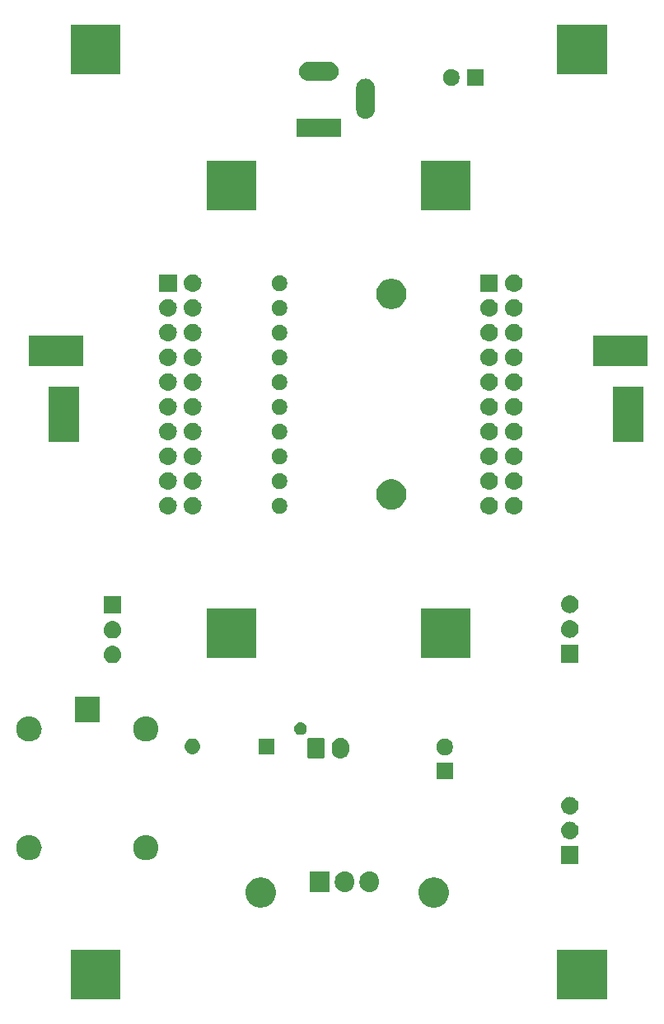
<source format=gts>
G04 #@! TF.GenerationSoftware,KiCad,Pcbnew,5.0.2-bee76a0~70~ubuntu16.04.1*
G04 #@! TF.CreationDate,2021-04-23T19:52:54+02:00*
G04 #@! TF.ProjectId,axis2,61786973-322e-46b6-9963-61645f706362,1.0*
G04 #@! TF.SameCoordinates,Original*
G04 #@! TF.FileFunction,Soldermask,Top*
G04 #@! TF.FilePolarity,Negative*
%FSLAX46Y46*%
G04 Gerber Fmt 4.6, Leading zero omitted, Abs format (unit mm)*
G04 Created by KiCad (PCBNEW 5.0.2-bee76a0~70~ubuntu16.04.1) date ven 23 apr 2021 19:52:54 CEST*
%MOMM*%
%LPD*%
G01*
G04 APERTURE LIST*
%ADD10C,0.100000*%
G04 APERTURE END LIST*
D10*
G36*
X141091000Y-155461000D02*
X135989000Y-155461000D01*
X135989000Y-150359000D01*
X141091000Y-150359000D01*
X141091000Y-155461000D01*
X141091000Y-155461000D01*
G37*
G36*
X91091000Y-155461000D02*
X85989000Y-155461000D01*
X85989000Y-150359000D01*
X91091000Y-150359000D01*
X91091000Y-155461000D01*
X91091000Y-155461000D01*
G37*
G36*
X105852527Y-142988736D02*
X105952410Y-143008604D01*
X106234674Y-143125521D01*
X106488705Y-143295259D01*
X106704741Y-143511295D01*
X106874479Y-143765326D01*
X106979019Y-144017710D01*
X106991396Y-144047591D01*
X107040792Y-144295917D01*
X107051000Y-144347240D01*
X107051000Y-144652760D01*
X106991396Y-144952410D01*
X106874479Y-145234674D01*
X106704741Y-145488705D01*
X106488705Y-145704741D01*
X106234674Y-145874479D01*
X105952410Y-145991396D01*
X105852527Y-146011264D01*
X105652762Y-146051000D01*
X105347238Y-146051000D01*
X105147473Y-146011264D01*
X105047590Y-145991396D01*
X104765326Y-145874479D01*
X104511295Y-145704741D01*
X104295259Y-145488705D01*
X104125521Y-145234674D01*
X104008604Y-144952410D01*
X103949000Y-144652760D01*
X103949000Y-144347240D01*
X103959209Y-144295917D01*
X104008604Y-144047591D01*
X104020981Y-144017710D01*
X104125521Y-143765326D01*
X104295259Y-143511295D01*
X104511295Y-143295259D01*
X104765326Y-143125521D01*
X105047590Y-143008604D01*
X105147473Y-142988736D01*
X105347238Y-142949000D01*
X105652762Y-142949000D01*
X105852527Y-142988736D01*
X105852527Y-142988736D01*
G37*
G36*
X123652527Y-142988736D02*
X123752410Y-143008604D01*
X124034674Y-143125521D01*
X124288705Y-143295259D01*
X124504741Y-143511295D01*
X124674479Y-143765326D01*
X124779019Y-144017710D01*
X124791396Y-144047591D01*
X124840792Y-144295917D01*
X124851000Y-144347240D01*
X124851000Y-144652760D01*
X124791396Y-144952410D01*
X124674479Y-145234674D01*
X124504741Y-145488705D01*
X124288705Y-145704741D01*
X124034674Y-145874479D01*
X123752410Y-145991396D01*
X123652527Y-146011264D01*
X123452762Y-146051000D01*
X123147238Y-146051000D01*
X122947473Y-146011264D01*
X122847590Y-145991396D01*
X122565326Y-145874479D01*
X122311295Y-145704741D01*
X122095259Y-145488705D01*
X121925521Y-145234674D01*
X121808604Y-144952410D01*
X121749000Y-144652760D01*
X121749000Y-144347240D01*
X121759209Y-144295917D01*
X121808604Y-144047591D01*
X121820981Y-144017710D01*
X121925521Y-143765326D01*
X122095259Y-143511295D01*
X122311295Y-143295259D01*
X122565326Y-143125521D01*
X122847590Y-143008604D01*
X122947473Y-142988736D01*
X123147238Y-142949000D01*
X123452762Y-142949000D01*
X123652527Y-142988736D01*
X123652527Y-142988736D01*
G37*
G36*
X116866719Y-142373520D02*
X117055880Y-142430901D01*
X117230212Y-142524083D01*
X117383015Y-142649485D01*
X117508417Y-142802288D01*
X117601599Y-142976619D01*
X117658980Y-143165780D01*
X117658980Y-143165783D01*
X117671733Y-143295259D01*
X117673500Y-143313206D01*
X117673500Y-143506793D01*
X117658980Y-143654219D01*
X117601599Y-143843380D01*
X117508417Y-144017712D01*
X117383015Y-144170515D01*
X117230212Y-144295917D01*
X117055881Y-144389099D01*
X116866720Y-144446480D01*
X116670000Y-144465855D01*
X116473281Y-144446480D01*
X116284120Y-144389099D01*
X116109788Y-144295917D01*
X115956985Y-144170515D01*
X115831583Y-144017712D01*
X115738401Y-143843381D01*
X115681020Y-143654220D01*
X115666500Y-143506794D01*
X115666500Y-143313207D01*
X115681020Y-143165781D01*
X115738401Y-142976620D01*
X115831583Y-142802288D01*
X115956985Y-142649485D01*
X116109788Y-142524083D01*
X116284119Y-142430901D01*
X116473280Y-142373520D01*
X116670000Y-142354145D01*
X116866719Y-142373520D01*
X116866719Y-142373520D01*
G37*
G36*
X114326719Y-142373520D02*
X114515880Y-142430901D01*
X114690212Y-142524083D01*
X114843015Y-142649485D01*
X114968417Y-142802288D01*
X115061599Y-142976619D01*
X115118980Y-143165780D01*
X115118980Y-143165783D01*
X115131733Y-143295259D01*
X115133500Y-143313206D01*
X115133500Y-143506793D01*
X115118980Y-143654219D01*
X115061599Y-143843380D01*
X114968417Y-144017712D01*
X114843015Y-144170515D01*
X114690212Y-144295917D01*
X114515881Y-144389099D01*
X114326720Y-144446480D01*
X114130000Y-144465855D01*
X113933281Y-144446480D01*
X113744120Y-144389099D01*
X113569788Y-144295917D01*
X113416985Y-144170515D01*
X113291583Y-144017712D01*
X113198401Y-143843381D01*
X113141020Y-143654220D01*
X113126500Y-143506794D01*
X113126500Y-143313207D01*
X113141020Y-143165781D01*
X113198401Y-142976620D01*
X113291583Y-142802288D01*
X113416985Y-142649485D01*
X113569788Y-142524083D01*
X113744119Y-142430901D01*
X113933280Y-142373520D01*
X114130000Y-142354145D01*
X114326719Y-142373520D01*
X114326719Y-142373520D01*
G37*
G36*
X112593500Y-144461000D02*
X110586500Y-144461000D01*
X110586500Y-142359000D01*
X112593500Y-142359000D01*
X112593500Y-144461000D01*
X112593500Y-144461000D01*
G37*
G36*
X138181000Y-141571148D02*
X136379000Y-141571148D01*
X136379000Y-139769148D01*
X138181000Y-139769148D01*
X138181000Y-141571148D01*
X138181000Y-141571148D01*
G37*
G36*
X81811689Y-138603706D02*
X81955040Y-138617825D01*
X82200280Y-138692218D01*
X82200282Y-138692219D01*
X82426296Y-138813026D01*
X82624397Y-138975603D01*
X82786974Y-139173704D01*
X82786975Y-139173706D01*
X82907782Y-139399720D01*
X82982175Y-139644960D01*
X83007294Y-139900000D01*
X82982175Y-140155040D01*
X82907782Y-140400280D01*
X82907781Y-140400282D01*
X82786974Y-140626296D01*
X82624397Y-140824397D01*
X82426296Y-140986974D01*
X82426294Y-140986975D01*
X82200280Y-141107782D01*
X81955040Y-141182175D01*
X81811689Y-141196294D01*
X81763906Y-141201000D01*
X81636094Y-141201000D01*
X81588311Y-141196294D01*
X81444960Y-141182175D01*
X81199720Y-141107782D01*
X80973706Y-140986975D01*
X80973704Y-140986974D01*
X80775603Y-140824397D01*
X80613026Y-140626296D01*
X80492219Y-140400282D01*
X80492218Y-140400280D01*
X80417825Y-140155040D01*
X80392706Y-139900000D01*
X80417825Y-139644960D01*
X80492218Y-139399720D01*
X80613025Y-139173706D01*
X80613026Y-139173704D01*
X80775603Y-138975603D01*
X80973704Y-138813026D01*
X81199718Y-138692219D01*
X81199720Y-138692218D01*
X81444960Y-138617825D01*
X81588311Y-138603706D01*
X81636094Y-138599000D01*
X81763906Y-138599000D01*
X81811689Y-138603706D01*
X81811689Y-138603706D01*
G37*
G36*
X93811689Y-138603706D02*
X93955040Y-138617825D01*
X94200280Y-138692218D01*
X94200282Y-138692219D01*
X94426296Y-138813026D01*
X94624397Y-138975603D01*
X94786974Y-139173704D01*
X94786975Y-139173706D01*
X94907782Y-139399720D01*
X94982175Y-139644960D01*
X95007294Y-139900000D01*
X94982175Y-140155040D01*
X94907782Y-140400280D01*
X94907781Y-140400282D01*
X94786974Y-140626296D01*
X94624397Y-140824397D01*
X94426296Y-140986974D01*
X94426294Y-140986975D01*
X94200280Y-141107782D01*
X93955040Y-141182175D01*
X93811689Y-141196294D01*
X93763906Y-141201000D01*
X93636094Y-141201000D01*
X93588311Y-141196294D01*
X93444960Y-141182175D01*
X93199720Y-141107782D01*
X92973706Y-140986975D01*
X92973704Y-140986974D01*
X92775603Y-140824397D01*
X92613026Y-140626296D01*
X92492219Y-140400282D01*
X92492218Y-140400280D01*
X92417825Y-140155040D01*
X92392706Y-139900000D01*
X92417825Y-139644960D01*
X92492218Y-139399720D01*
X92613025Y-139173706D01*
X92613026Y-139173704D01*
X92775603Y-138975603D01*
X92973704Y-138813026D01*
X93199718Y-138692219D01*
X93199720Y-138692218D01*
X93444960Y-138617825D01*
X93588311Y-138603706D01*
X93636094Y-138599000D01*
X93763906Y-138599000D01*
X93811689Y-138603706D01*
X93811689Y-138603706D01*
G37*
G36*
X137390442Y-137235666D02*
X137456627Y-137242185D01*
X137569853Y-137276532D01*
X137626467Y-137293705D01*
X137765087Y-137367800D01*
X137782991Y-137377370D01*
X137818729Y-137406700D01*
X137920186Y-137489962D01*
X138003448Y-137591419D01*
X138032778Y-137627157D01*
X138032779Y-137627159D01*
X138116443Y-137783681D01*
X138116443Y-137783682D01*
X138167963Y-137953521D01*
X138185359Y-138130148D01*
X138167963Y-138306775D01*
X138133616Y-138420001D01*
X138116443Y-138476615D01*
X138051026Y-138599000D01*
X138032778Y-138633139D01*
X138003448Y-138668877D01*
X137920186Y-138770334D01*
X137818729Y-138853596D01*
X137782991Y-138882926D01*
X137782989Y-138882927D01*
X137626467Y-138966591D01*
X137569853Y-138983764D01*
X137456627Y-139018111D01*
X137390443Y-139024629D01*
X137324260Y-139031148D01*
X137235740Y-139031148D01*
X137169557Y-139024629D01*
X137103373Y-139018111D01*
X136990147Y-138983764D01*
X136933533Y-138966591D01*
X136777011Y-138882927D01*
X136777009Y-138882926D01*
X136741271Y-138853596D01*
X136639814Y-138770334D01*
X136556552Y-138668877D01*
X136527222Y-138633139D01*
X136508974Y-138599000D01*
X136443557Y-138476615D01*
X136426384Y-138420001D01*
X136392037Y-138306775D01*
X136374641Y-138130148D01*
X136392037Y-137953521D01*
X136443557Y-137783682D01*
X136443557Y-137783681D01*
X136527221Y-137627159D01*
X136527222Y-137627157D01*
X136556552Y-137591419D01*
X136639814Y-137489962D01*
X136741271Y-137406700D01*
X136777009Y-137377370D01*
X136794913Y-137367800D01*
X136933533Y-137293705D01*
X136990147Y-137276532D01*
X137103373Y-137242185D01*
X137169558Y-137235666D01*
X137235740Y-137229148D01*
X137324260Y-137229148D01*
X137390442Y-137235666D01*
X137390442Y-137235666D01*
G37*
G36*
X137390442Y-134695666D02*
X137456627Y-134702185D01*
X137569853Y-134736532D01*
X137626467Y-134753705D01*
X137765087Y-134827800D01*
X137782991Y-134837370D01*
X137818729Y-134866700D01*
X137920186Y-134949962D01*
X138003448Y-135051419D01*
X138032778Y-135087157D01*
X138032779Y-135087159D01*
X138116443Y-135243681D01*
X138116443Y-135243682D01*
X138167963Y-135413521D01*
X138185359Y-135590148D01*
X138167963Y-135766775D01*
X138133616Y-135880001D01*
X138116443Y-135936615D01*
X138042348Y-136075235D01*
X138032778Y-136093139D01*
X138003448Y-136128877D01*
X137920186Y-136230334D01*
X137818729Y-136313596D01*
X137782991Y-136342926D01*
X137782989Y-136342927D01*
X137626467Y-136426591D01*
X137569853Y-136443764D01*
X137456627Y-136478111D01*
X137390442Y-136484630D01*
X137324260Y-136491148D01*
X137235740Y-136491148D01*
X137169558Y-136484630D01*
X137103373Y-136478111D01*
X136990147Y-136443764D01*
X136933533Y-136426591D01*
X136777011Y-136342927D01*
X136777009Y-136342926D01*
X136741271Y-136313596D01*
X136639814Y-136230334D01*
X136556552Y-136128877D01*
X136527222Y-136093139D01*
X136517652Y-136075235D01*
X136443557Y-135936615D01*
X136426384Y-135880001D01*
X136392037Y-135766775D01*
X136374641Y-135590148D01*
X136392037Y-135413521D01*
X136443557Y-135243682D01*
X136443557Y-135243681D01*
X136527221Y-135087159D01*
X136527222Y-135087157D01*
X136556552Y-135051419D01*
X136639814Y-134949962D01*
X136741271Y-134866700D01*
X136777009Y-134837370D01*
X136794913Y-134827800D01*
X136933533Y-134753705D01*
X136990147Y-134736532D01*
X137103373Y-134702185D01*
X137169558Y-134695666D01*
X137235740Y-134689148D01*
X137324260Y-134689148D01*
X137390442Y-134695666D01*
X137390442Y-134695666D01*
G37*
G36*
X125271000Y-132911000D02*
X123569000Y-132911000D01*
X123569000Y-131209000D01*
X125271000Y-131209000D01*
X125271000Y-132911000D01*
X125271000Y-132911000D01*
G37*
G36*
X113876626Y-128642037D02*
X113989852Y-128676384D01*
X114046466Y-128693557D01*
X114202989Y-128777221D01*
X114340186Y-128889814D01*
X114423448Y-128991271D01*
X114452778Y-129027009D01*
X114452779Y-129027011D01*
X114536443Y-129183533D01*
X114553616Y-129240147D01*
X114587963Y-129353373D01*
X114601000Y-129485742D01*
X114601000Y-129874257D01*
X114587963Y-130006626D01*
X114536443Y-130176466D01*
X114452778Y-130332991D01*
X114452777Y-130332992D01*
X114340186Y-130470186D01*
X114245251Y-130548096D01*
X114202991Y-130582778D01*
X114202989Y-130582779D01*
X114046467Y-130666443D01*
X114005734Y-130678799D01*
X113876627Y-130717963D01*
X113700000Y-130735359D01*
X113523374Y-130717963D01*
X113394267Y-130678799D01*
X113353534Y-130666443D01*
X113197012Y-130582779D01*
X113197010Y-130582778D01*
X113059816Y-130470186D01*
X113059812Y-130470183D01*
X112947222Y-130332992D01*
X112863557Y-130176467D01*
X112830998Y-130069133D01*
X112812037Y-130006627D01*
X112799000Y-129874258D01*
X112799000Y-129485743D01*
X112812037Y-129353374D01*
X112863557Y-129183535D01*
X112863557Y-129183534D01*
X112947221Y-129027011D01*
X113059814Y-128889814D01*
X113162122Y-128805853D01*
X113197009Y-128777222D01*
X113235979Y-128756392D01*
X113353533Y-128693557D01*
X113410147Y-128676384D01*
X113523373Y-128642037D01*
X113700000Y-128624641D01*
X113876626Y-128642037D01*
X113876626Y-128642037D01*
G37*
G36*
X111958600Y-128632989D02*
X111991649Y-128643014D01*
X112022106Y-128659294D01*
X112048799Y-128681201D01*
X112070706Y-128707894D01*
X112086986Y-128738351D01*
X112097011Y-128771400D01*
X112101000Y-128811904D01*
X112101000Y-130548096D01*
X112097011Y-130588600D01*
X112086986Y-130621649D01*
X112070706Y-130652106D01*
X112048799Y-130678799D01*
X112022106Y-130700706D01*
X111991649Y-130716986D01*
X111958600Y-130727011D01*
X111918096Y-130731000D01*
X110481904Y-130731000D01*
X110441400Y-130727011D01*
X110408351Y-130716986D01*
X110377894Y-130700706D01*
X110351201Y-130678799D01*
X110329294Y-130652106D01*
X110313014Y-130621649D01*
X110302989Y-130588600D01*
X110299000Y-130548096D01*
X110299000Y-128811904D01*
X110302989Y-128771400D01*
X110313014Y-128738351D01*
X110329294Y-128707894D01*
X110351201Y-128681201D01*
X110377894Y-128659294D01*
X110408351Y-128643014D01*
X110441400Y-128632989D01*
X110481904Y-128629000D01*
X111918096Y-128629000D01*
X111958600Y-128632989D01*
X111958600Y-128632989D01*
G37*
G36*
X124668228Y-128741703D02*
X124823100Y-128805853D01*
X124962481Y-128898985D01*
X125081015Y-129017519D01*
X125174147Y-129156900D01*
X125238297Y-129311772D01*
X125271000Y-129476184D01*
X125271000Y-129643816D01*
X125238297Y-129808228D01*
X125174147Y-129963100D01*
X125081015Y-130102481D01*
X124962481Y-130221015D01*
X124823100Y-130314147D01*
X124668228Y-130378297D01*
X124503816Y-130411000D01*
X124336184Y-130411000D01*
X124171772Y-130378297D01*
X124016900Y-130314147D01*
X123877519Y-130221015D01*
X123758985Y-130102481D01*
X123665853Y-129963100D01*
X123601703Y-129808228D01*
X123569000Y-129643816D01*
X123569000Y-129476184D01*
X123601703Y-129311772D01*
X123665853Y-129156900D01*
X123758985Y-129017519D01*
X123877519Y-128898985D01*
X124016900Y-128805853D01*
X124171772Y-128741703D01*
X124336184Y-128709000D01*
X124503816Y-128709000D01*
X124668228Y-128741703D01*
X124668228Y-128741703D01*
G37*
G36*
X106901000Y-130301000D02*
X105299000Y-130301000D01*
X105299000Y-128699000D01*
X106901000Y-128699000D01*
X106901000Y-130301000D01*
X106901000Y-130301000D01*
G37*
G36*
X98637025Y-128710590D02*
X98788012Y-128756392D01*
X98927165Y-128830770D01*
X99049133Y-128930867D01*
X99149230Y-129052835D01*
X99223608Y-129191988D01*
X99269410Y-129342975D01*
X99284875Y-129500000D01*
X99269410Y-129657025D01*
X99223608Y-129808012D01*
X99149230Y-129947165D01*
X99049133Y-130069133D01*
X98927165Y-130169230D01*
X98788012Y-130243608D01*
X98637025Y-130289410D01*
X98519346Y-130301000D01*
X98440654Y-130301000D01*
X98322975Y-130289410D01*
X98171988Y-130243608D01*
X98032835Y-130169230D01*
X97910867Y-130069133D01*
X97810770Y-129947165D01*
X97736392Y-129808012D01*
X97690590Y-129657025D01*
X97675125Y-129500000D01*
X97690590Y-129342975D01*
X97736392Y-129191988D01*
X97810770Y-129052835D01*
X97910867Y-128930867D01*
X98032835Y-128830770D01*
X98171988Y-128756392D01*
X98322975Y-128710590D01*
X98440654Y-128699000D01*
X98519346Y-128699000D01*
X98637025Y-128710590D01*
X98637025Y-128710590D01*
G37*
G36*
X93811689Y-126403706D02*
X93955040Y-126417825D01*
X94200280Y-126492218D01*
X94200282Y-126492219D01*
X94426296Y-126613026D01*
X94624397Y-126775603D01*
X94786974Y-126973704D01*
X94894215Y-127174338D01*
X94907782Y-127199720D01*
X94982175Y-127444960D01*
X95007294Y-127700000D01*
X94982175Y-127955040D01*
X94912216Y-128185662D01*
X94907781Y-128200282D01*
X94786974Y-128426296D01*
X94624397Y-128624397D01*
X94426296Y-128786974D01*
X94322786Y-128842301D01*
X94200280Y-128907782D01*
X93955040Y-128982175D01*
X93811689Y-128996294D01*
X93763906Y-129001000D01*
X93636094Y-129001000D01*
X93588311Y-128996294D01*
X93444960Y-128982175D01*
X93199720Y-128907782D01*
X93077214Y-128842301D01*
X92973704Y-128786974D01*
X92775603Y-128624397D01*
X92613026Y-128426296D01*
X92492219Y-128200282D01*
X92487784Y-128185662D01*
X92417825Y-127955040D01*
X92392706Y-127700000D01*
X92417825Y-127444960D01*
X92492218Y-127199720D01*
X92505785Y-127174338D01*
X92613026Y-126973704D01*
X92775603Y-126775603D01*
X92973704Y-126613026D01*
X93199718Y-126492219D01*
X93199720Y-126492218D01*
X93444960Y-126417825D01*
X93588311Y-126403706D01*
X93636094Y-126399000D01*
X93763906Y-126399000D01*
X93811689Y-126403706D01*
X93811689Y-126403706D01*
G37*
G36*
X81811689Y-126403706D02*
X81955040Y-126417825D01*
X82200280Y-126492218D01*
X82200282Y-126492219D01*
X82426296Y-126613026D01*
X82624397Y-126775603D01*
X82786974Y-126973704D01*
X82894215Y-127174338D01*
X82907782Y-127199720D01*
X82982175Y-127444960D01*
X83007294Y-127700000D01*
X82982175Y-127955040D01*
X82912216Y-128185662D01*
X82907781Y-128200282D01*
X82786974Y-128426296D01*
X82624397Y-128624397D01*
X82426296Y-128786974D01*
X82322786Y-128842301D01*
X82200280Y-128907782D01*
X81955040Y-128982175D01*
X81811689Y-128996294D01*
X81763906Y-129001000D01*
X81636094Y-129001000D01*
X81588311Y-128996294D01*
X81444960Y-128982175D01*
X81199720Y-128907782D01*
X81077214Y-128842301D01*
X80973704Y-128786974D01*
X80775603Y-128624397D01*
X80613026Y-128426296D01*
X80492219Y-128200282D01*
X80487784Y-128185662D01*
X80417825Y-127955040D01*
X80392706Y-127700000D01*
X80417825Y-127444960D01*
X80492218Y-127199720D01*
X80505785Y-127174338D01*
X80613026Y-126973704D01*
X80775603Y-126775603D01*
X80973704Y-126613026D01*
X81199718Y-126492219D01*
X81199720Y-126492218D01*
X81444960Y-126417825D01*
X81588311Y-126403706D01*
X81636094Y-126399000D01*
X81763906Y-126399000D01*
X81811689Y-126403706D01*
X81811689Y-126403706D01*
G37*
G36*
X109789890Y-127054017D02*
X109908361Y-127103089D01*
X110014992Y-127174338D01*
X110105662Y-127265008D01*
X110176911Y-127371639D01*
X110225983Y-127490110D01*
X110251000Y-127615881D01*
X110251000Y-127744119D01*
X110225983Y-127869890D01*
X110176911Y-127988361D01*
X110105662Y-128094992D01*
X110014992Y-128185662D01*
X109908361Y-128256911D01*
X109789890Y-128305983D01*
X109664119Y-128331000D01*
X109535881Y-128331000D01*
X109410110Y-128305983D01*
X109291639Y-128256911D01*
X109185008Y-128185662D01*
X109094338Y-128094992D01*
X109023089Y-127988361D01*
X108974017Y-127869890D01*
X108949000Y-127744119D01*
X108949000Y-127615881D01*
X108974017Y-127490110D01*
X109023089Y-127371639D01*
X109094338Y-127265008D01*
X109185008Y-127174338D01*
X109291639Y-127103089D01*
X109410110Y-127054017D01*
X109535881Y-127029000D01*
X109664119Y-127029000D01*
X109789890Y-127054017D01*
X109789890Y-127054017D01*
G37*
G36*
X89001000Y-127001000D02*
X86399000Y-127001000D01*
X86399000Y-124399000D01*
X89001000Y-124399000D01*
X89001000Y-127001000D01*
X89001000Y-127001000D01*
G37*
G36*
X90390443Y-119175519D02*
X90456627Y-119182037D01*
X90569853Y-119216384D01*
X90626467Y-119233557D01*
X90765087Y-119307652D01*
X90782991Y-119317222D01*
X90818729Y-119346552D01*
X90920186Y-119429814D01*
X91003448Y-119531271D01*
X91032778Y-119567009D01*
X91032779Y-119567011D01*
X91116443Y-119723533D01*
X91116443Y-119723534D01*
X91167963Y-119893373D01*
X91185359Y-120070000D01*
X91167963Y-120246627D01*
X91133616Y-120359853D01*
X91116443Y-120416467D01*
X91092639Y-120461000D01*
X91032778Y-120572991D01*
X91003448Y-120608729D01*
X90920186Y-120710186D01*
X90818729Y-120793448D01*
X90782991Y-120822778D01*
X90782989Y-120822779D01*
X90626467Y-120906443D01*
X90569853Y-120923616D01*
X90456627Y-120957963D01*
X90390442Y-120964482D01*
X90324260Y-120971000D01*
X90235740Y-120971000D01*
X90169558Y-120964482D01*
X90103373Y-120957963D01*
X89990147Y-120923616D01*
X89933533Y-120906443D01*
X89777011Y-120822779D01*
X89777009Y-120822778D01*
X89741271Y-120793448D01*
X89639814Y-120710186D01*
X89556552Y-120608729D01*
X89527222Y-120572991D01*
X89467361Y-120461000D01*
X89443557Y-120416467D01*
X89426384Y-120359853D01*
X89392037Y-120246627D01*
X89374641Y-120070000D01*
X89392037Y-119893373D01*
X89443557Y-119723534D01*
X89443557Y-119723533D01*
X89527221Y-119567011D01*
X89527222Y-119567009D01*
X89556552Y-119531271D01*
X89639814Y-119429814D01*
X89741271Y-119346552D01*
X89777009Y-119317222D01*
X89794913Y-119307652D01*
X89933533Y-119233557D01*
X89990147Y-119216384D01*
X90103373Y-119182037D01*
X90169557Y-119175519D01*
X90235740Y-119169000D01*
X90324260Y-119169000D01*
X90390443Y-119175519D01*
X90390443Y-119175519D01*
G37*
G36*
X138181000Y-120891000D02*
X136379000Y-120891000D01*
X136379000Y-119089000D01*
X138181000Y-119089000D01*
X138181000Y-120891000D01*
X138181000Y-120891000D01*
G37*
G36*
X127091000Y-120461000D02*
X121989000Y-120461000D01*
X121989000Y-115359000D01*
X127091000Y-115359000D01*
X127091000Y-120461000D01*
X127091000Y-120461000D01*
G37*
G36*
X105091000Y-120461000D02*
X99989000Y-120461000D01*
X99989000Y-115359000D01*
X105091000Y-115359000D01*
X105091000Y-120461000D01*
X105091000Y-120461000D01*
G37*
G36*
X90390443Y-116635519D02*
X90456627Y-116642037D01*
X90569853Y-116676384D01*
X90626467Y-116693557D01*
X90765087Y-116767652D01*
X90782991Y-116777222D01*
X90818729Y-116806552D01*
X90920186Y-116889814D01*
X91003448Y-116991271D01*
X91032778Y-117027009D01*
X91032779Y-117027011D01*
X91116443Y-117183533D01*
X91116443Y-117183534D01*
X91167963Y-117353373D01*
X91185359Y-117530000D01*
X91167963Y-117706627D01*
X91140711Y-117796466D01*
X91116443Y-117876467D01*
X91075539Y-117952991D01*
X91032778Y-118032991D01*
X91003448Y-118068729D01*
X90920186Y-118170186D01*
X90818729Y-118253448D01*
X90782991Y-118282778D01*
X90782989Y-118282779D01*
X90626467Y-118366443D01*
X90569853Y-118383616D01*
X90456627Y-118417963D01*
X90390442Y-118424482D01*
X90324260Y-118431000D01*
X90235740Y-118431000D01*
X90169558Y-118424482D01*
X90103373Y-118417963D01*
X89990147Y-118383616D01*
X89933533Y-118366443D01*
X89777011Y-118282779D01*
X89777009Y-118282778D01*
X89741271Y-118253448D01*
X89639814Y-118170186D01*
X89556552Y-118068729D01*
X89527222Y-118032991D01*
X89484461Y-117952991D01*
X89443557Y-117876467D01*
X89419289Y-117796466D01*
X89392037Y-117706627D01*
X89374641Y-117530000D01*
X89392037Y-117353373D01*
X89443557Y-117183534D01*
X89443557Y-117183533D01*
X89527221Y-117027011D01*
X89527222Y-117027009D01*
X89556552Y-116991271D01*
X89639814Y-116889814D01*
X89741271Y-116806552D01*
X89777009Y-116777222D01*
X89794913Y-116767652D01*
X89933533Y-116693557D01*
X89990147Y-116676384D01*
X90103373Y-116642037D01*
X90169557Y-116635519D01*
X90235740Y-116629000D01*
X90324260Y-116629000D01*
X90390443Y-116635519D01*
X90390443Y-116635519D01*
G37*
G36*
X137390443Y-116555519D02*
X137456627Y-116562037D01*
X137569853Y-116596384D01*
X137626467Y-116613557D01*
X137765087Y-116687652D01*
X137782991Y-116697222D01*
X137818729Y-116726552D01*
X137920186Y-116809814D01*
X137985839Y-116889814D01*
X138032778Y-116947009D01*
X138032779Y-116947011D01*
X138116443Y-117103533D01*
X138116443Y-117103534D01*
X138167963Y-117273373D01*
X138185359Y-117450000D01*
X138167963Y-117626627D01*
X138143696Y-117706625D01*
X138116443Y-117796467D01*
X138073682Y-117876466D01*
X138032778Y-117952991D01*
X138003448Y-117988729D01*
X137920186Y-118090186D01*
X137822705Y-118170185D01*
X137782991Y-118202778D01*
X137782989Y-118202779D01*
X137626467Y-118286443D01*
X137569853Y-118303616D01*
X137456627Y-118337963D01*
X137390442Y-118344482D01*
X137324260Y-118351000D01*
X137235740Y-118351000D01*
X137169558Y-118344482D01*
X137103373Y-118337963D01*
X136990147Y-118303616D01*
X136933533Y-118286443D01*
X136777011Y-118202779D01*
X136777009Y-118202778D01*
X136737295Y-118170185D01*
X136639814Y-118090186D01*
X136556552Y-117988729D01*
X136527222Y-117952991D01*
X136486318Y-117876466D01*
X136443557Y-117796467D01*
X136416304Y-117706625D01*
X136392037Y-117626627D01*
X136374641Y-117450000D01*
X136392037Y-117273373D01*
X136443557Y-117103534D01*
X136443557Y-117103533D01*
X136527221Y-116947011D01*
X136527222Y-116947009D01*
X136574161Y-116889814D01*
X136639814Y-116809814D01*
X136741271Y-116726552D01*
X136777009Y-116697222D01*
X136794913Y-116687652D01*
X136933533Y-116613557D01*
X136990147Y-116596384D01*
X137103373Y-116562037D01*
X137169557Y-116555519D01*
X137235740Y-116549000D01*
X137324260Y-116549000D01*
X137390443Y-116555519D01*
X137390443Y-116555519D01*
G37*
G36*
X91181000Y-115891000D02*
X89379000Y-115891000D01*
X89379000Y-114089000D01*
X91181000Y-114089000D01*
X91181000Y-115891000D01*
X91181000Y-115891000D01*
G37*
G36*
X137390442Y-114015518D02*
X137456627Y-114022037D01*
X137569853Y-114056384D01*
X137626467Y-114073557D01*
X137655358Y-114089000D01*
X137782991Y-114157222D01*
X137818729Y-114186552D01*
X137920186Y-114269814D01*
X138003448Y-114371271D01*
X138032778Y-114407009D01*
X138032779Y-114407011D01*
X138116443Y-114563533D01*
X138116443Y-114563534D01*
X138167963Y-114733373D01*
X138185359Y-114910000D01*
X138167963Y-115086627D01*
X138133616Y-115199853D01*
X138116443Y-115256467D01*
X138061637Y-115359000D01*
X138032778Y-115412991D01*
X138003448Y-115448729D01*
X137920186Y-115550186D01*
X137818729Y-115633448D01*
X137782991Y-115662778D01*
X137782989Y-115662779D01*
X137626467Y-115746443D01*
X137569853Y-115763616D01*
X137456627Y-115797963D01*
X137390442Y-115804482D01*
X137324260Y-115811000D01*
X137235740Y-115811000D01*
X137169558Y-115804482D01*
X137103373Y-115797963D01*
X136990147Y-115763616D01*
X136933533Y-115746443D01*
X136777011Y-115662779D01*
X136777009Y-115662778D01*
X136741271Y-115633448D01*
X136639814Y-115550186D01*
X136556552Y-115448729D01*
X136527222Y-115412991D01*
X136498363Y-115359000D01*
X136443557Y-115256467D01*
X136426384Y-115199853D01*
X136392037Y-115086627D01*
X136374641Y-114910000D01*
X136392037Y-114733373D01*
X136443557Y-114563534D01*
X136443557Y-114563533D01*
X136527221Y-114407011D01*
X136527222Y-114407009D01*
X136556552Y-114371271D01*
X136639814Y-114269814D01*
X136741271Y-114186552D01*
X136777009Y-114157222D01*
X136904642Y-114089000D01*
X136933533Y-114073557D01*
X136990147Y-114056384D01*
X137103373Y-114022037D01*
X137169558Y-114015518D01*
X137235740Y-114009000D01*
X137324260Y-114009000D01*
X137390442Y-114015518D01*
X137390442Y-114015518D01*
G37*
G36*
X96090442Y-103885518D02*
X96156627Y-103892037D01*
X96269853Y-103926384D01*
X96326467Y-103943557D01*
X96407742Y-103987000D01*
X96482991Y-104027222D01*
X96518729Y-104056552D01*
X96620186Y-104139814D01*
X96703448Y-104241271D01*
X96732778Y-104277009D01*
X96732779Y-104277011D01*
X96816443Y-104433533D01*
X96816443Y-104433534D01*
X96867963Y-104603373D01*
X96885359Y-104780000D01*
X96867963Y-104956627D01*
X96850414Y-105014479D01*
X96816443Y-105126467D01*
X96785101Y-105185102D01*
X96732778Y-105282991D01*
X96703836Y-105318257D01*
X96620186Y-105420186D01*
X96518729Y-105503448D01*
X96482991Y-105532778D01*
X96482989Y-105532779D01*
X96326467Y-105616443D01*
X96269853Y-105633616D01*
X96156627Y-105667963D01*
X96090443Y-105674481D01*
X96024260Y-105681000D01*
X95935740Y-105681000D01*
X95869558Y-105674482D01*
X95803373Y-105667963D01*
X95690147Y-105633616D01*
X95633533Y-105616443D01*
X95477011Y-105532779D01*
X95477009Y-105532778D01*
X95441271Y-105503448D01*
X95339814Y-105420186D01*
X95256164Y-105318257D01*
X95227222Y-105282991D01*
X95174899Y-105185102D01*
X95143557Y-105126467D01*
X95109586Y-105014479D01*
X95092037Y-104956627D01*
X95074641Y-104780000D01*
X95092037Y-104603373D01*
X95143557Y-104433534D01*
X95143557Y-104433533D01*
X95227221Y-104277011D01*
X95227222Y-104277009D01*
X95256552Y-104241271D01*
X95339814Y-104139814D01*
X95441271Y-104056552D01*
X95477009Y-104027222D01*
X95552258Y-103987000D01*
X95633533Y-103943557D01*
X95690147Y-103926384D01*
X95803373Y-103892037D01*
X95869557Y-103885519D01*
X95935740Y-103879000D01*
X96024260Y-103879000D01*
X96090442Y-103885518D01*
X96090442Y-103885518D01*
G37*
G36*
X129090442Y-103885518D02*
X129156627Y-103892037D01*
X129269853Y-103926384D01*
X129326467Y-103943557D01*
X129407742Y-103987000D01*
X129482991Y-104027222D01*
X129518729Y-104056552D01*
X129620186Y-104139814D01*
X129703448Y-104241271D01*
X129732778Y-104277009D01*
X129732779Y-104277011D01*
X129816443Y-104433533D01*
X129816443Y-104433534D01*
X129867963Y-104603373D01*
X129885359Y-104780000D01*
X129867963Y-104956627D01*
X129850414Y-105014479D01*
X129816443Y-105126467D01*
X129785101Y-105185102D01*
X129732778Y-105282991D01*
X129703836Y-105318257D01*
X129620186Y-105420186D01*
X129518729Y-105503448D01*
X129482991Y-105532778D01*
X129482989Y-105532779D01*
X129326467Y-105616443D01*
X129269853Y-105633616D01*
X129156627Y-105667963D01*
X129090443Y-105674481D01*
X129024260Y-105681000D01*
X128935740Y-105681000D01*
X128869558Y-105674482D01*
X128803373Y-105667963D01*
X128690147Y-105633616D01*
X128633533Y-105616443D01*
X128477011Y-105532779D01*
X128477009Y-105532778D01*
X128441271Y-105503448D01*
X128339814Y-105420186D01*
X128256164Y-105318257D01*
X128227222Y-105282991D01*
X128174899Y-105185102D01*
X128143557Y-105126467D01*
X128109586Y-105014479D01*
X128092037Y-104956627D01*
X128074641Y-104780000D01*
X128092037Y-104603373D01*
X128143557Y-104433534D01*
X128143557Y-104433533D01*
X128227221Y-104277011D01*
X128227222Y-104277009D01*
X128256552Y-104241271D01*
X128339814Y-104139814D01*
X128441271Y-104056552D01*
X128477009Y-104027222D01*
X128552258Y-103987000D01*
X128633533Y-103943557D01*
X128690147Y-103926384D01*
X128803373Y-103892037D01*
X128869557Y-103885519D01*
X128935740Y-103879000D01*
X129024260Y-103879000D01*
X129090442Y-103885518D01*
X129090442Y-103885518D01*
G37*
G36*
X131630442Y-103885518D02*
X131696627Y-103892037D01*
X131809853Y-103926384D01*
X131866467Y-103943557D01*
X131947742Y-103987000D01*
X132022991Y-104027222D01*
X132058729Y-104056552D01*
X132160186Y-104139814D01*
X132243448Y-104241271D01*
X132272778Y-104277009D01*
X132272779Y-104277011D01*
X132356443Y-104433533D01*
X132356443Y-104433534D01*
X132407963Y-104603373D01*
X132425359Y-104780000D01*
X132407963Y-104956627D01*
X132390414Y-105014479D01*
X132356443Y-105126467D01*
X132325101Y-105185102D01*
X132272778Y-105282991D01*
X132243836Y-105318257D01*
X132160186Y-105420186D01*
X132058729Y-105503448D01*
X132022991Y-105532778D01*
X132022989Y-105532779D01*
X131866467Y-105616443D01*
X131809853Y-105633616D01*
X131696627Y-105667963D01*
X131630443Y-105674481D01*
X131564260Y-105681000D01*
X131475740Y-105681000D01*
X131409558Y-105674482D01*
X131343373Y-105667963D01*
X131230147Y-105633616D01*
X131173533Y-105616443D01*
X131017011Y-105532779D01*
X131017009Y-105532778D01*
X130981271Y-105503448D01*
X130879814Y-105420186D01*
X130796164Y-105318257D01*
X130767222Y-105282991D01*
X130714899Y-105185102D01*
X130683557Y-105126467D01*
X130649586Y-105014479D01*
X130632037Y-104956627D01*
X130614641Y-104780000D01*
X130632037Y-104603373D01*
X130683557Y-104433534D01*
X130683557Y-104433533D01*
X130767221Y-104277011D01*
X130767222Y-104277009D01*
X130796552Y-104241271D01*
X130879814Y-104139814D01*
X130981271Y-104056552D01*
X131017009Y-104027222D01*
X131092258Y-103987000D01*
X131173533Y-103943557D01*
X131230147Y-103926384D01*
X131343373Y-103892037D01*
X131409557Y-103885519D01*
X131475740Y-103879000D01*
X131564260Y-103879000D01*
X131630442Y-103885518D01*
X131630442Y-103885518D01*
G37*
G36*
X98630442Y-103885518D02*
X98696627Y-103892037D01*
X98809853Y-103926384D01*
X98866467Y-103943557D01*
X98947742Y-103987000D01*
X99022991Y-104027222D01*
X99058729Y-104056552D01*
X99160186Y-104139814D01*
X99243448Y-104241271D01*
X99272778Y-104277009D01*
X99272779Y-104277011D01*
X99356443Y-104433533D01*
X99356443Y-104433534D01*
X99407963Y-104603373D01*
X99425359Y-104780000D01*
X99407963Y-104956627D01*
X99390414Y-105014479D01*
X99356443Y-105126467D01*
X99325101Y-105185102D01*
X99272778Y-105282991D01*
X99243836Y-105318257D01*
X99160186Y-105420186D01*
X99058729Y-105503448D01*
X99022991Y-105532778D01*
X99022989Y-105532779D01*
X98866467Y-105616443D01*
X98809853Y-105633616D01*
X98696627Y-105667963D01*
X98630443Y-105674481D01*
X98564260Y-105681000D01*
X98475740Y-105681000D01*
X98409558Y-105674482D01*
X98343373Y-105667963D01*
X98230147Y-105633616D01*
X98173533Y-105616443D01*
X98017011Y-105532779D01*
X98017009Y-105532778D01*
X97981271Y-105503448D01*
X97879814Y-105420186D01*
X97796164Y-105318257D01*
X97767222Y-105282991D01*
X97714899Y-105185102D01*
X97683557Y-105126467D01*
X97649586Y-105014479D01*
X97632037Y-104956627D01*
X97614641Y-104780000D01*
X97632037Y-104603373D01*
X97683557Y-104433534D01*
X97683557Y-104433533D01*
X97767221Y-104277011D01*
X97767222Y-104277009D01*
X97796552Y-104241271D01*
X97879814Y-104139814D01*
X97981271Y-104056552D01*
X98017009Y-104027222D01*
X98092258Y-103987000D01*
X98173533Y-103943557D01*
X98230147Y-103926384D01*
X98343373Y-103892037D01*
X98409557Y-103885519D01*
X98475740Y-103879000D01*
X98564260Y-103879000D01*
X98630442Y-103885518D01*
X98630442Y-103885518D01*
G37*
G36*
X107667142Y-104018242D02*
X107815102Y-104079530D01*
X107834378Y-104092410D01*
X107905324Y-104139814D01*
X107948258Y-104168502D01*
X108061498Y-104281742D01*
X108150470Y-104414898D01*
X108211758Y-104562858D01*
X108243000Y-104719925D01*
X108243000Y-104880075D01*
X108211758Y-105037142D01*
X108150470Y-105185102D01*
X108061498Y-105318258D01*
X107948258Y-105431498D01*
X107815102Y-105520470D01*
X107667142Y-105581758D01*
X107510075Y-105613000D01*
X107349925Y-105613000D01*
X107192858Y-105581758D01*
X107044898Y-105520470D01*
X106911742Y-105431498D01*
X106798502Y-105318258D01*
X106709530Y-105185102D01*
X106648242Y-105037142D01*
X106617000Y-104880075D01*
X106617000Y-104719925D01*
X106648242Y-104562858D01*
X106709530Y-104414898D01*
X106798502Y-104281742D01*
X106911742Y-104168502D01*
X106954677Y-104139814D01*
X107025622Y-104092410D01*
X107044898Y-104079530D01*
X107192858Y-104018242D01*
X107349925Y-103987000D01*
X107510075Y-103987000D01*
X107667142Y-104018242D01*
X107667142Y-104018242D01*
G37*
G36*
X119282527Y-102128736D02*
X119382410Y-102148604D01*
X119664674Y-102265521D01*
X119918705Y-102435259D01*
X120134741Y-102651295D01*
X120304479Y-102905326D01*
X120421396Y-103187590D01*
X120481000Y-103487240D01*
X120481000Y-103792760D01*
X120421396Y-104092410D01*
X120304479Y-104374674D01*
X120134741Y-104628705D01*
X119918705Y-104844741D01*
X119664674Y-105014479D01*
X119382410Y-105131396D01*
X119282527Y-105151264D01*
X119082762Y-105191000D01*
X118777238Y-105191000D01*
X118577473Y-105151264D01*
X118477590Y-105131396D01*
X118195326Y-105014479D01*
X117941295Y-104844741D01*
X117725259Y-104628705D01*
X117555521Y-104374674D01*
X117438604Y-104092410D01*
X117379000Y-103792760D01*
X117379000Y-103487240D01*
X117438604Y-103187590D01*
X117555521Y-102905326D01*
X117725259Y-102651295D01*
X117941295Y-102435259D01*
X118195326Y-102265521D01*
X118477590Y-102148604D01*
X118577473Y-102128736D01*
X118777238Y-102089000D01*
X119082762Y-102089000D01*
X119282527Y-102128736D01*
X119282527Y-102128736D01*
G37*
G36*
X98630442Y-101345518D02*
X98696627Y-101352037D01*
X98809853Y-101386384D01*
X98866467Y-101403557D01*
X98947742Y-101447000D01*
X99022991Y-101487222D01*
X99058729Y-101516552D01*
X99160186Y-101599814D01*
X99243448Y-101701271D01*
X99272778Y-101737009D01*
X99272779Y-101737011D01*
X99356443Y-101893533D01*
X99356443Y-101893534D01*
X99407963Y-102063373D01*
X99425359Y-102240000D01*
X99407963Y-102416627D01*
X99402311Y-102435259D01*
X99356443Y-102586467D01*
X99325101Y-102645102D01*
X99272778Y-102742991D01*
X99243836Y-102778257D01*
X99160186Y-102880186D01*
X99058729Y-102963448D01*
X99022991Y-102992778D01*
X99022989Y-102992779D01*
X98866467Y-103076443D01*
X98809853Y-103093616D01*
X98696627Y-103127963D01*
X98630442Y-103134482D01*
X98564260Y-103141000D01*
X98475740Y-103141000D01*
X98409557Y-103134481D01*
X98343373Y-103127963D01*
X98230147Y-103093616D01*
X98173533Y-103076443D01*
X98017011Y-102992779D01*
X98017009Y-102992778D01*
X97981271Y-102963448D01*
X97879814Y-102880186D01*
X97796164Y-102778257D01*
X97767222Y-102742991D01*
X97714899Y-102645102D01*
X97683557Y-102586467D01*
X97637689Y-102435259D01*
X97632037Y-102416627D01*
X97614641Y-102240000D01*
X97632037Y-102063373D01*
X97683557Y-101893534D01*
X97683557Y-101893533D01*
X97767221Y-101737011D01*
X97767222Y-101737009D01*
X97796552Y-101701271D01*
X97879814Y-101599814D01*
X97981271Y-101516552D01*
X98017009Y-101487222D01*
X98092258Y-101447000D01*
X98173533Y-101403557D01*
X98230147Y-101386384D01*
X98343373Y-101352037D01*
X98409558Y-101345518D01*
X98475740Y-101339000D01*
X98564260Y-101339000D01*
X98630442Y-101345518D01*
X98630442Y-101345518D01*
G37*
G36*
X131630442Y-101345518D02*
X131696627Y-101352037D01*
X131809853Y-101386384D01*
X131866467Y-101403557D01*
X131947742Y-101447000D01*
X132022991Y-101487222D01*
X132058729Y-101516552D01*
X132160186Y-101599814D01*
X132243448Y-101701271D01*
X132272778Y-101737009D01*
X132272779Y-101737011D01*
X132356443Y-101893533D01*
X132356443Y-101893534D01*
X132407963Y-102063373D01*
X132425359Y-102240000D01*
X132407963Y-102416627D01*
X132402311Y-102435259D01*
X132356443Y-102586467D01*
X132325101Y-102645102D01*
X132272778Y-102742991D01*
X132243836Y-102778257D01*
X132160186Y-102880186D01*
X132058729Y-102963448D01*
X132022991Y-102992778D01*
X132022989Y-102992779D01*
X131866467Y-103076443D01*
X131809853Y-103093616D01*
X131696627Y-103127963D01*
X131630442Y-103134482D01*
X131564260Y-103141000D01*
X131475740Y-103141000D01*
X131409557Y-103134481D01*
X131343373Y-103127963D01*
X131230147Y-103093616D01*
X131173533Y-103076443D01*
X131017011Y-102992779D01*
X131017009Y-102992778D01*
X130981271Y-102963448D01*
X130879814Y-102880186D01*
X130796164Y-102778257D01*
X130767222Y-102742991D01*
X130714899Y-102645102D01*
X130683557Y-102586467D01*
X130637689Y-102435259D01*
X130632037Y-102416627D01*
X130614641Y-102240000D01*
X130632037Y-102063373D01*
X130683557Y-101893534D01*
X130683557Y-101893533D01*
X130767221Y-101737011D01*
X130767222Y-101737009D01*
X130796552Y-101701271D01*
X130879814Y-101599814D01*
X130981271Y-101516552D01*
X131017009Y-101487222D01*
X131092258Y-101447000D01*
X131173533Y-101403557D01*
X131230147Y-101386384D01*
X131343373Y-101352037D01*
X131409558Y-101345518D01*
X131475740Y-101339000D01*
X131564260Y-101339000D01*
X131630442Y-101345518D01*
X131630442Y-101345518D01*
G37*
G36*
X129090442Y-101345518D02*
X129156627Y-101352037D01*
X129269853Y-101386384D01*
X129326467Y-101403557D01*
X129407742Y-101447000D01*
X129482991Y-101487222D01*
X129518729Y-101516552D01*
X129620186Y-101599814D01*
X129703448Y-101701271D01*
X129732778Y-101737009D01*
X129732779Y-101737011D01*
X129816443Y-101893533D01*
X129816443Y-101893534D01*
X129867963Y-102063373D01*
X129885359Y-102240000D01*
X129867963Y-102416627D01*
X129862311Y-102435259D01*
X129816443Y-102586467D01*
X129785101Y-102645102D01*
X129732778Y-102742991D01*
X129703836Y-102778257D01*
X129620186Y-102880186D01*
X129518729Y-102963448D01*
X129482991Y-102992778D01*
X129482989Y-102992779D01*
X129326467Y-103076443D01*
X129269853Y-103093616D01*
X129156627Y-103127963D01*
X129090442Y-103134482D01*
X129024260Y-103141000D01*
X128935740Y-103141000D01*
X128869557Y-103134481D01*
X128803373Y-103127963D01*
X128690147Y-103093616D01*
X128633533Y-103076443D01*
X128477011Y-102992779D01*
X128477009Y-102992778D01*
X128441271Y-102963448D01*
X128339814Y-102880186D01*
X128256164Y-102778257D01*
X128227222Y-102742991D01*
X128174899Y-102645102D01*
X128143557Y-102586467D01*
X128097689Y-102435259D01*
X128092037Y-102416627D01*
X128074641Y-102240000D01*
X128092037Y-102063373D01*
X128143557Y-101893534D01*
X128143557Y-101893533D01*
X128227221Y-101737011D01*
X128227222Y-101737009D01*
X128256552Y-101701271D01*
X128339814Y-101599814D01*
X128441271Y-101516552D01*
X128477009Y-101487222D01*
X128552258Y-101447000D01*
X128633533Y-101403557D01*
X128690147Y-101386384D01*
X128803373Y-101352037D01*
X128869558Y-101345518D01*
X128935740Y-101339000D01*
X129024260Y-101339000D01*
X129090442Y-101345518D01*
X129090442Y-101345518D01*
G37*
G36*
X96090442Y-101345518D02*
X96156627Y-101352037D01*
X96269853Y-101386384D01*
X96326467Y-101403557D01*
X96407742Y-101447000D01*
X96482991Y-101487222D01*
X96518729Y-101516552D01*
X96620186Y-101599814D01*
X96703448Y-101701271D01*
X96732778Y-101737009D01*
X96732779Y-101737011D01*
X96816443Y-101893533D01*
X96816443Y-101893534D01*
X96867963Y-102063373D01*
X96885359Y-102240000D01*
X96867963Y-102416627D01*
X96862311Y-102435259D01*
X96816443Y-102586467D01*
X96785101Y-102645102D01*
X96732778Y-102742991D01*
X96703836Y-102778257D01*
X96620186Y-102880186D01*
X96518729Y-102963448D01*
X96482991Y-102992778D01*
X96482989Y-102992779D01*
X96326467Y-103076443D01*
X96269853Y-103093616D01*
X96156627Y-103127963D01*
X96090442Y-103134482D01*
X96024260Y-103141000D01*
X95935740Y-103141000D01*
X95869557Y-103134481D01*
X95803373Y-103127963D01*
X95690147Y-103093616D01*
X95633533Y-103076443D01*
X95477011Y-102992779D01*
X95477009Y-102992778D01*
X95441271Y-102963448D01*
X95339814Y-102880186D01*
X95256164Y-102778257D01*
X95227222Y-102742991D01*
X95174899Y-102645102D01*
X95143557Y-102586467D01*
X95097689Y-102435259D01*
X95092037Y-102416627D01*
X95074641Y-102240000D01*
X95092037Y-102063373D01*
X95143557Y-101893534D01*
X95143557Y-101893533D01*
X95227221Y-101737011D01*
X95227222Y-101737009D01*
X95256552Y-101701271D01*
X95339814Y-101599814D01*
X95441271Y-101516552D01*
X95477009Y-101487222D01*
X95552258Y-101447000D01*
X95633533Y-101403557D01*
X95690147Y-101386384D01*
X95803373Y-101352037D01*
X95869558Y-101345518D01*
X95935740Y-101339000D01*
X96024260Y-101339000D01*
X96090442Y-101345518D01*
X96090442Y-101345518D01*
G37*
G36*
X107667142Y-101478242D02*
X107815102Y-101539530D01*
X107882130Y-101584317D01*
X107905324Y-101599814D01*
X107948258Y-101628502D01*
X108061498Y-101741742D01*
X108150470Y-101874898D01*
X108211758Y-102022858D01*
X108243000Y-102179925D01*
X108243000Y-102340075D01*
X108211758Y-102497142D01*
X108150470Y-102645102D01*
X108061498Y-102778258D01*
X107948258Y-102891498D01*
X107815102Y-102980470D01*
X107667142Y-103041758D01*
X107510075Y-103073000D01*
X107349925Y-103073000D01*
X107192858Y-103041758D01*
X107044898Y-102980470D01*
X106911742Y-102891498D01*
X106798502Y-102778258D01*
X106709530Y-102645102D01*
X106648242Y-102497142D01*
X106617000Y-102340075D01*
X106617000Y-102179925D01*
X106648242Y-102022858D01*
X106709530Y-101874898D01*
X106798502Y-101741742D01*
X106911742Y-101628502D01*
X106954677Y-101599814D01*
X106977870Y-101584317D01*
X107044898Y-101539530D01*
X107192858Y-101478242D01*
X107349925Y-101447000D01*
X107510075Y-101447000D01*
X107667142Y-101478242D01*
X107667142Y-101478242D01*
G37*
G36*
X131630443Y-98805519D02*
X131696627Y-98812037D01*
X131809853Y-98846384D01*
X131866467Y-98863557D01*
X131947742Y-98907000D01*
X132022991Y-98947222D01*
X132058729Y-98976552D01*
X132160186Y-99059814D01*
X132243448Y-99161271D01*
X132272778Y-99197009D01*
X132272779Y-99197011D01*
X132356443Y-99353533D01*
X132356443Y-99353534D01*
X132407963Y-99523373D01*
X132425359Y-99700000D01*
X132407963Y-99876627D01*
X132383539Y-99957142D01*
X132356443Y-100046467D01*
X132325101Y-100105102D01*
X132272778Y-100202991D01*
X132243836Y-100238257D01*
X132160186Y-100340186D01*
X132058729Y-100423448D01*
X132022991Y-100452778D01*
X132022989Y-100452779D01*
X131866467Y-100536443D01*
X131809853Y-100553616D01*
X131696627Y-100587963D01*
X131630442Y-100594482D01*
X131564260Y-100601000D01*
X131475740Y-100601000D01*
X131409558Y-100594482D01*
X131343373Y-100587963D01*
X131230147Y-100553616D01*
X131173533Y-100536443D01*
X131017011Y-100452779D01*
X131017009Y-100452778D01*
X130981271Y-100423448D01*
X130879814Y-100340186D01*
X130796164Y-100238257D01*
X130767222Y-100202991D01*
X130714899Y-100105102D01*
X130683557Y-100046467D01*
X130656461Y-99957142D01*
X130632037Y-99876627D01*
X130614641Y-99700000D01*
X130632037Y-99523373D01*
X130683557Y-99353534D01*
X130683557Y-99353533D01*
X130767221Y-99197011D01*
X130767222Y-99197009D01*
X130796552Y-99161271D01*
X130879814Y-99059814D01*
X130981271Y-98976552D01*
X131017009Y-98947222D01*
X131092258Y-98907000D01*
X131173533Y-98863557D01*
X131230147Y-98846384D01*
X131343373Y-98812037D01*
X131409557Y-98805519D01*
X131475740Y-98799000D01*
X131564260Y-98799000D01*
X131630443Y-98805519D01*
X131630443Y-98805519D01*
G37*
G36*
X129090443Y-98805519D02*
X129156627Y-98812037D01*
X129269853Y-98846384D01*
X129326467Y-98863557D01*
X129407742Y-98907000D01*
X129482991Y-98947222D01*
X129518729Y-98976552D01*
X129620186Y-99059814D01*
X129703448Y-99161271D01*
X129732778Y-99197009D01*
X129732779Y-99197011D01*
X129816443Y-99353533D01*
X129816443Y-99353534D01*
X129867963Y-99523373D01*
X129885359Y-99700000D01*
X129867963Y-99876627D01*
X129843539Y-99957142D01*
X129816443Y-100046467D01*
X129785101Y-100105102D01*
X129732778Y-100202991D01*
X129703836Y-100238257D01*
X129620186Y-100340186D01*
X129518729Y-100423448D01*
X129482991Y-100452778D01*
X129482989Y-100452779D01*
X129326467Y-100536443D01*
X129269853Y-100553616D01*
X129156627Y-100587963D01*
X129090442Y-100594482D01*
X129024260Y-100601000D01*
X128935740Y-100601000D01*
X128869558Y-100594482D01*
X128803373Y-100587963D01*
X128690147Y-100553616D01*
X128633533Y-100536443D01*
X128477011Y-100452779D01*
X128477009Y-100452778D01*
X128441271Y-100423448D01*
X128339814Y-100340186D01*
X128256164Y-100238257D01*
X128227222Y-100202991D01*
X128174899Y-100105102D01*
X128143557Y-100046467D01*
X128116461Y-99957142D01*
X128092037Y-99876627D01*
X128074641Y-99700000D01*
X128092037Y-99523373D01*
X128143557Y-99353534D01*
X128143557Y-99353533D01*
X128227221Y-99197011D01*
X128227222Y-99197009D01*
X128256552Y-99161271D01*
X128339814Y-99059814D01*
X128441271Y-98976552D01*
X128477009Y-98947222D01*
X128552258Y-98907000D01*
X128633533Y-98863557D01*
X128690147Y-98846384D01*
X128803373Y-98812037D01*
X128869557Y-98805519D01*
X128935740Y-98799000D01*
X129024260Y-98799000D01*
X129090443Y-98805519D01*
X129090443Y-98805519D01*
G37*
G36*
X98630443Y-98805519D02*
X98696627Y-98812037D01*
X98809853Y-98846384D01*
X98866467Y-98863557D01*
X98947742Y-98907000D01*
X99022991Y-98947222D01*
X99058729Y-98976552D01*
X99160186Y-99059814D01*
X99243448Y-99161271D01*
X99272778Y-99197009D01*
X99272779Y-99197011D01*
X99356443Y-99353533D01*
X99356443Y-99353534D01*
X99407963Y-99523373D01*
X99425359Y-99700000D01*
X99407963Y-99876627D01*
X99383539Y-99957142D01*
X99356443Y-100046467D01*
X99325101Y-100105102D01*
X99272778Y-100202991D01*
X99243836Y-100238257D01*
X99160186Y-100340186D01*
X99058729Y-100423448D01*
X99022991Y-100452778D01*
X99022989Y-100452779D01*
X98866467Y-100536443D01*
X98809853Y-100553616D01*
X98696627Y-100587963D01*
X98630442Y-100594482D01*
X98564260Y-100601000D01*
X98475740Y-100601000D01*
X98409558Y-100594482D01*
X98343373Y-100587963D01*
X98230147Y-100553616D01*
X98173533Y-100536443D01*
X98017011Y-100452779D01*
X98017009Y-100452778D01*
X97981271Y-100423448D01*
X97879814Y-100340186D01*
X97796164Y-100238257D01*
X97767222Y-100202991D01*
X97714899Y-100105102D01*
X97683557Y-100046467D01*
X97656461Y-99957142D01*
X97632037Y-99876627D01*
X97614641Y-99700000D01*
X97632037Y-99523373D01*
X97683557Y-99353534D01*
X97683557Y-99353533D01*
X97767221Y-99197011D01*
X97767222Y-99197009D01*
X97796552Y-99161271D01*
X97879814Y-99059814D01*
X97981271Y-98976552D01*
X98017009Y-98947222D01*
X98092258Y-98907000D01*
X98173533Y-98863557D01*
X98230147Y-98846384D01*
X98343373Y-98812037D01*
X98409557Y-98805519D01*
X98475740Y-98799000D01*
X98564260Y-98799000D01*
X98630443Y-98805519D01*
X98630443Y-98805519D01*
G37*
G36*
X96090443Y-98805519D02*
X96156627Y-98812037D01*
X96269853Y-98846384D01*
X96326467Y-98863557D01*
X96407742Y-98907000D01*
X96482991Y-98947222D01*
X96518729Y-98976552D01*
X96620186Y-99059814D01*
X96703448Y-99161271D01*
X96732778Y-99197009D01*
X96732779Y-99197011D01*
X96816443Y-99353533D01*
X96816443Y-99353534D01*
X96867963Y-99523373D01*
X96885359Y-99700000D01*
X96867963Y-99876627D01*
X96843539Y-99957142D01*
X96816443Y-100046467D01*
X96785101Y-100105102D01*
X96732778Y-100202991D01*
X96703836Y-100238257D01*
X96620186Y-100340186D01*
X96518729Y-100423448D01*
X96482991Y-100452778D01*
X96482989Y-100452779D01*
X96326467Y-100536443D01*
X96269853Y-100553616D01*
X96156627Y-100587963D01*
X96090442Y-100594482D01*
X96024260Y-100601000D01*
X95935740Y-100601000D01*
X95869558Y-100594482D01*
X95803373Y-100587963D01*
X95690147Y-100553616D01*
X95633533Y-100536443D01*
X95477011Y-100452779D01*
X95477009Y-100452778D01*
X95441271Y-100423448D01*
X95339814Y-100340186D01*
X95256164Y-100238257D01*
X95227222Y-100202991D01*
X95174899Y-100105102D01*
X95143557Y-100046467D01*
X95116461Y-99957142D01*
X95092037Y-99876627D01*
X95074641Y-99700000D01*
X95092037Y-99523373D01*
X95143557Y-99353534D01*
X95143557Y-99353533D01*
X95227221Y-99197011D01*
X95227222Y-99197009D01*
X95256552Y-99161271D01*
X95339814Y-99059814D01*
X95441271Y-98976552D01*
X95477009Y-98947222D01*
X95552258Y-98907000D01*
X95633533Y-98863557D01*
X95690147Y-98846384D01*
X95803373Y-98812037D01*
X95869557Y-98805519D01*
X95935740Y-98799000D01*
X96024260Y-98799000D01*
X96090443Y-98805519D01*
X96090443Y-98805519D01*
G37*
G36*
X107667142Y-98938242D02*
X107815102Y-98999530D01*
X107882130Y-99044317D01*
X107905324Y-99059814D01*
X107948258Y-99088502D01*
X108061498Y-99201742D01*
X108150470Y-99334898D01*
X108211758Y-99482858D01*
X108243000Y-99639925D01*
X108243000Y-99800075D01*
X108211758Y-99957142D01*
X108150470Y-100105102D01*
X108061498Y-100238258D01*
X107948258Y-100351498D01*
X107815102Y-100440470D01*
X107667142Y-100501758D01*
X107510075Y-100533000D01*
X107349925Y-100533000D01*
X107192858Y-100501758D01*
X107044898Y-100440470D01*
X106911742Y-100351498D01*
X106798502Y-100238258D01*
X106709530Y-100105102D01*
X106648242Y-99957142D01*
X106617000Y-99800075D01*
X106617000Y-99639925D01*
X106648242Y-99482858D01*
X106709530Y-99334898D01*
X106798502Y-99201742D01*
X106911742Y-99088502D01*
X106954677Y-99059814D01*
X106977870Y-99044317D01*
X107044898Y-98999530D01*
X107192858Y-98938242D01*
X107349925Y-98907000D01*
X107510075Y-98907000D01*
X107667142Y-98938242D01*
X107667142Y-98938242D01*
G37*
G36*
X144806000Y-98213400D02*
X141704000Y-98213400D01*
X141704000Y-92611400D01*
X144806000Y-92611400D01*
X144806000Y-98213400D01*
X144806000Y-98213400D01*
G37*
G36*
X86806000Y-98213400D02*
X83704000Y-98213400D01*
X83704000Y-92611400D01*
X86806000Y-92611400D01*
X86806000Y-98213400D01*
X86806000Y-98213400D01*
G37*
G36*
X129090443Y-96265519D02*
X129156627Y-96272037D01*
X129269853Y-96306384D01*
X129326467Y-96323557D01*
X129407742Y-96367000D01*
X129482991Y-96407222D01*
X129518729Y-96436552D01*
X129620186Y-96519814D01*
X129703448Y-96621271D01*
X129732778Y-96657009D01*
X129732779Y-96657011D01*
X129816443Y-96813533D01*
X129816443Y-96813534D01*
X129867963Y-96983373D01*
X129885359Y-97160000D01*
X129867963Y-97336627D01*
X129843539Y-97417142D01*
X129816443Y-97506467D01*
X129785101Y-97565102D01*
X129732778Y-97662991D01*
X129703836Y-97698257D01*
X129620186Y-97800186D01*
X129518729Y-97883448D01*
X129482991Y-97912778D01*
X129482989Y-97912779D01*
X129326467Y-97996443D01*
X129269853Y-98013616D01*
X129156627Y-98047963D01*
X129090442Y-98054482D01*
X129024260Y-98061000D01*
X128935740Y-98061000D01*
X128869558Y-98054482D01*
X128803373Y-98047963D01*
X128690147Y-98013616D01*
X128633533Y-97996443D01*
X128477011Y-97912779D01*
X128477009Y-97912778D01*
X128441271Y-97883448D01*
X128339814Y-97800186D01*
X128256164Y-97698257D01*
X128227222Y-97662991D01*
X128174899Y-97565102D01*
X128143557Y-97506467D01*
X128116461Y-97417142D01*
X128092037Y-97336627D01*
X128074641Y-97160000D01*
X128092037Y-96983373D01*
X128143557Y-96813534D01*
X128143557Y-96813533D01*
X128227221Y-96657011D01*
X128227222Y-96657009D01*
X128256552Y-96621271D01*
X128339814Y-96519814D01*
X128441271Y-96436552D01*
X128477009Y-96407222D01*
X128552258Y-96367000D01*
X128633533Y-96323557D01*
X128690147Y-96306384D01*
X128803373Y-96272037D01*
X128869558Y-96265518D01*
X128935740Y-96259000D01*
X129024260Y-96259000D01*
X129090443Y-96265519D01*
X129090443Y-96265519D01*
G37*
G36*
X98630443Y-96265519D02*
X98696627Y-96272037D01*
X98809853Y-96306384D01*
X98866467Y-96323557D01*
X98947742Y-96367000D01*
X99022991Y-96407222D01*
X99058729Y-96436552D01*
X99160186Y-96519814D01*
X99243448Y-96621271D01*
X99272778Y-96657009D01*
X99272779Y-96657011D01*
X99356443Y-96813533D01*
X99356443Y-96813534D01*
X99407963Y-96983373D01*
X99425359Y-97160000D01*
X99407963Y-97336627D01*
X99383539Y-97417142D01*
X99356443Y-97506467D01*
X99325101Y-97565102D01*
X99272778Y-97662991D01*
X99243836Y-97698257D01*
X99160186Y-97800186D01*
X99058729Y-97883448D01*
X99022991Y-97912778D01*
X99022989Y-97912779D01*
X98866467Y-97996443D01*
X98809853Y-98013616D01*
X98696627Y-98047963D01*
X98630442Y-98054482D01*
X98564260Y-98061000D01*
X98475740Y-98061000D01*
X98409558Y-98054482D01*
X98343373Y-98047963D01*
X98230147Y-98013616D01*
X98173533Y-97996443D01*
X98017011Y-97912779D01*
X98017009Y-97912778D01*
X97981271Y-97883448D01*
X97879814Y-97800186D01*
X97796164Y-97698257D01*
X97767222Y-97662991D01*
X97714899Y-97565102D01*
X97683557Y-97506467D01*
X97656461Y-97417142D01*
X97632037Y-97336627D01*
X97614641Y-97160000D01*
X97632037Y-96983373D01*
X97683557Y-96813534D01*
X97683557Y-96813533D01*
X97767221Y-96657011D01*
X97767222Y-96657009D01*
X97796552Y-96621271D01*
X97879814Y-96519814D01*
X97981271Y-96436552D01*
X98017009Y-96407222D01*
X98092258Y-96367000D01*
X98173533Y-96323557D01*
X98230147Y-96306384D01*
X98343373Y-96272037D01*
X98409558Y-96265518D01*
X98475740Y-96259000D01*
X98564260Y-96259000D01*
X98630443Y-96265519D01*
X98630443Y-96265519D01*
G37*
G36*
X131630443Y-96265519D02*
X131696627Y-96272037D01*
X131809853Y-96306384D01*
X131866467Y-96323557D01*
X131947742Y-96367000D01*
X132022991Y-96407222D01*
X132058729Y-96436552D01*
X132160186Y-96519814D01*
X132243448Y-96621271D01*
X132272778Y-96657009D01*
X132272779Y-96657011D01*
X132356443Y-96813533D01*
X132356443Y-96813534D01*
X132407963Y-96983373D01*
X132425359Y-97160000D01*
X132407963Y-97336627D01*
X132383539Y-97417142D01*
X132356443Y-97506467D01*
X132325101Y-97565102D01*
X132272778Y-97662991D01*
X132243836Y-97698257D01*
X132160186Y-97800186D01*
X132058729Y-97883448D01*
X132022991Y-97912778D01*
X132022989Y-97912779D01*
X131866467Y-97996443D01*
X131809853Y-98013616D01*
X131696627Y-98047963D01*
X131630442Y-98054482D01*
X131564260Y-98061000D01*
X131475740Y-98061000D01*
X131409558Y-98054482D01*
X131343373Y-98047963D01*
X131230147Y-98013616D01*
X131173533Y-97996443D01*
X131017011Y-97912779D01*
X131017009Y-97912778D01*
X130981271Y-97883448D01*
X130879814Y-97800186D01*
X130796164Y-97698257D01*
X130767222Y-97662991D01*
X130714899Y-97565102D01*
X130683557Y-97506467D01*
X130656461Y-97417142D01*
X130632037Y-97336627D01*
X130614641Y-97160000D01*
X130632037Y-96983373D01*
X130683557Y-96813534D01*
X130683557Y-96813533D01*
X130767221Y-96657011D01*
X130767222Y-96657009D01*
X130796552Y-96621271D01*
X130879814Y-96519814D01*
X130981271Y-96436552D01*
X131017009Y-96407222D01*
X131092258Y-96367000D01*
X131173533Y-96323557D01*
X131230147Y-96306384D01*
X131343373Y-96272037D01*
X131409558Y-96265518D01*
X131475740Y-96259000D01*
X131564260Y-96259000D01*
X131630443Y-96265519D01*
X131630443Y-96265519D01*
G37*
G36*
X96090443Y-96265519D02*
X96156627Y-96272037D01*
X96269853Y-96306384D01*
X96326467Y-96323557D01*
X96407742Y-96367000D01*
X96482991Y-96407222D01*
X96518729Y-96436552D01*
X96620186Y-96519814D01*
X96703448Y-96621271D01*
X96732778Y-96657009D01*
X96732779Y-96657011D01*
X96816443Y-96813533D01*
X96816443Y-96813534D01*
X96867963Y-96983373D01*
X96885359Y-97160000D01*
X96867963Y-97336627D01*
X96843539Y-97417142D01*
X96816443Y-97506467D01*
X96785101Y-97565102D01*
X96732778Y-97662991D01*
X96703836Y-97698257D01*
X96620186Y-97800186D01*
X96518729Y-97883448D01*
X96482991Y-97912778D01*
X96482989Y-97912779D01*
X96326467Y-97996443D01*
X96269853Y-98013616D01*
X96156627Y-98047963D01*
X96090442Y-98054482D01*
X96024260Y-98061000D01*
X95935740Y-98061000D01*
X95869558Y-98054482D01*
X95803373Y-98047963D01*
X95690147Y-98013616D01*
X95633533Y-97996443D01*
X95477011Y-97912779D01*
X95477009Y-97912778D01*
X95441271Y-97883448D01*
X95339814Y-97800186D01*
X95256164Y-97698257D01*
X95227222Y-97662991D01*
X95174899Y-97565102D01*
X95143557Y-97506467D01*
X95116461Y-97417142D01*
X95092037Y-97336627D01*
X95074641Y-97160000D01*
X95092037Y-96983373D01*
X95143557Y-96813534D01*
X95143557Y-96813533D01*
X95227221Y-96657011D01*
X95227222Y-96657009D01*
X95256552Y-96621271D01*
X95339814Y-96519814D01*
X95441271Y-96436552D01*
X95477009Y-96407222D01*
X95552258Y-96367000D01*
X95633533Y-96323557D01*
X95690147Y-96306384D01*
X95803373Y-96272037D01*
X95869557Y-96265519D01*
X95935740Y-96259000D01*
X96024260Y-96259000D01*
X96090443Y-96265519D01*
X96090443Y-96265519D01*
G37*
G36*
X107667142Y-96398242D02*
X107815102Y-96459530D01*
X107882130Y-96504317D01*
X107905324Y-96519814D01*
X107948258Y-96548502D01*
X108061498Y-96661742D01*
X108150470Y-96794898D01*
X108211758Y-96942858D01*
X108243000Y-97099925D01*
X108243000Y-97260075D01*
X108211758Y-97417142D01*
X108150470Y-97565102D01*
X108061498Y-97698258D01*
X107948258Y-97811498D01*
X107815102Y-97900470D01*
X107667142Y-97961758D01*
X107510075Y-97993000D01*
X107349925Y-97993000D01*
X107192858Y-97961758D01*
X107044898Y-97900470D01*
X106911742Y-97811498D01*
X106798502Y-97698258D01*
X106709530Y-97565102D01*
X106648242Y-97417142D01*
X106617000Y-97260075D01*
X106617000Y-97099925D01*
X106648242Y-96942858D01*
X106709530Y-96794898D01*
X106798502Y-96661742D01*
X106911742Y-96548502D01*
X106954677Y-96519814D01*
X106977870Y-96504317D01*
X107044898Y-96459530D01*
X107192858Y-96398242D01*
X107349925Y-96367000D01*
X107510075Y-96367000D01*
X107667142Y-96398242D01*
X107667142Y-96398242D01*
G37*
G36*
X129090442Y-93725518D02*
X129156627Y-93732037D01*
X129269853Y-93766384D01*
X129326467Y-93783557D01*
X129407742Y-93827000D01*
X129482991Y-93867222D01*
X129518729Y-93896552D01*
X129620186Y-93979814D01*
X129703448Y-94081271D01*
X129732778Y-94117009D01*
X129732779Y-94117011D01*
X129816443Y-94273533D01*
X129816443Y-94273534D01*
X129867963Y-94443373D01*
X129885359Y-94620000D01*
X129867963Y-94796627D01*
X129843539Y-94877142D01*
X129816443Y-94966467D01*
X129785101Y-95025102D01*
X129732778Y-95122991D01*
X129703836Y-95158257D01*
X129620186Y-95260186D01*
X129518729Y-95343448D01*
X129482991Y-95372778D01*
X129482989Y-95372779D01*
X129326467Y-95456443D01*
X129269853Y-95473616D01*
X129156627Y-95507963D01*
X129090442Y-95514482D01*
X129024260Y-95521000D01*
X128935740Y-95521000D01*
X128869558Y-95514482D01*
X128803373Y-95507963D01*
X128690147Y-95473616D01*
X128633533Y-95456443D01*
X128477011Y-95372779D01*
X128477009Y-95372778D01*
X128441271Y-95343448D01*
X128339814Y-95260186D01*
X128256164Y-95158257D01*
X128227222Y-95122991D01*
X128174899Y-95025102D01*
X128143557Y-94966467D01*
X128116461Y-94877142D01*
X128092037Y-94796627D01*
X128074641Y-94620000D01*
X128092037Y-94443373D01*
X128143557Y-94273534D01*
X128143557Y-94273533D01*
X128227221Y-94117011D01*
X128227222Y-94117009D01*
X128256552Y-94081271D01*
X128339814Y-93979814D01*
X128441271Y-93896552D01*
X128477009Y-93867222D01*
X128552258Y-93827000D01*
X128633533Y-93783557D01*
X128690147Y-93766384D01*
X128803373Y-93732037D01*
X128869558Y-93725518D01*
X128935740Y-93719000D01*
X129024260Y-93719000D01*
X129090442Y-93725518D01*
X129090442Y-93725518D01*
G37*
G36*
X98630442Y-93725518D02*
X98696627Y-93732037D01*
X98809853Y-93766384D01*
X98866467Y-93783557D01*
X98947742Y-93827000D01*
X99022991Y-93867222D01*
X99058729Y-93896552D01*
X99160186Y-93979814D01*
X99243448Y-94081271D01*
X99272778Y-94117009D01*
X99272779Y-94117011D01*
X99356443Y-94273533D01*
X99356443Y-94273534D01*
X99407963Y-94443373D01*
X99425359Y-94620000D01*
X99407963Y-94796627D01*
X99383539Y-94877142D01*
X99356443Y-94966467D01*
X99325101Y-95025102D01*
X99272778Y-95122991D01*
X99243836Y-95158257D01*
X99160186Y-95260186D01*
X99058729Y-95343448D01*
X99022991Y-95372778D01*
X99022989Y-95372779D01*
X98866467Y-95456443D01*
X98809853Y-95473616D01*
X98696627Y-95507963D01*
X98630442Y-95514482D01*
X98564260Y-95521000D01*
X98475740Y-95521000D01*
X98409558Y-95514482D01*
X98343373Y-95507963D01*
X98230147Y-95473616D01*
X98173533Y-95456443D01*
X98017011Y-95372779D01*
X98017009Y-95372778D01*
X97981271Y-95343448D01*
X97879814Y-95260186D01*
X97796164Y-95158257D01*
X97767222Y-95122991D01*
X97714899Y-95025102D01*
X97683557Y-94966467D01*
X97656461Y-94877142D01*
X97632037Y-94796627D01*
X97614641Y-94620000D01*
X97632037Y-94443373D01*
X97683557Y-94273534D01*
X97683557Y-94273533D01*
X97767221Y-94117011D01*
X97767222Y-94117009D01*
X97796552Y-94081271D01*
X97879814Y-93979814D01*
X97981271Y-93896552D01*
X98017009Y-93867222D01*
X98092258Y-93827000D01*
X98173533Y-93783557D01*
X98230147Y-93766384D01*
X98343373Y-93732037D01*
X98409558Y-93725518D01*
X98475740Y-93719000D01*
X98564260Y-93719000D01*
X98630442Y-93725518D01*
X98630442Y-93725518D01*
G37*
G36*
X96090442Y-93725518D02*
X96156627Y-93732037D01*
X96269853Y-93766384D01*
X96326467Y-93783557D01*
X96407742Y-93827000D01*
X96482991Y-93867222D01*
X96518729Y-93896552D01*
X96620186Y-93979814D01*
X96703448Y-94081271D01*
X96732778Y-94117009D01*
X96732779Y-94117011D01*
X96816443Y-94273533D01*
X96816443Y-94273534D01*
X96867963Y-94443373D01*
X96885359Y-94620000D01*
X96867963Y-94796627D01*
X96843539Y-94877142D01*
X96816443Y-94966467D01*
X96785101Y-95025102D01*
X96732778Y-95122991D01*
X96703836Y-95158257D01*
X96620186Y-95260186D01*
X96518729Y-95343448D01*
X96482991Y-95372778D01*
X96482989Y-95372779D01*
X96326467Y-95456443D01*
X96269853Y-95473616D01*
X96156627Y-95507963D01*
X96090442Y-95514482D01*
X96024260Y-95521000D01*
X95935740Y-95521000D01*
X95869558Y-95514482D01*
X95803373Y-95507963D01*
X95690147Y-95473616D01*
X95633533Y-95456443D01*
X95477011Y-95372779D01*
X95477009Y-95372778D01*
X95441271Y-95343448D01*
X95339814Y-95260186D01*
X95256164Y-95158257D01*
X95227222Y-95122991D01*
X95174899Y-95025102D01*
X95143557Y-94966467D01*
X95116461Y-94877142D01*
X95092037Y-94796627D01*
X95074641Y-94620000D01*
X95092037Y-94443373D01*
X95143557Y-94273534D01*
X95143557Y-94273533D01*
X95227221Y-94117011D01*
X95227222Y-94117009D01*
X95256552Y-94081271D01*
X95339814Y-93979814D01*
X95441271Y-93896552D01*
X95477009Y-93867222D01*
X95552258Y-93827000D01*
X95633533Y-93783557D01*
X95690147Y-93766384D01*
X95803373Y-93732037D01*
X95869558Y-93725518D01*
X95935740Y-93719000D01*
X96024260Y-93719000D01*
X96090442Y-93725518D01*
X96090442Y-93725518D01*
G37*
G36*
X131630442Y-93725518D02*
X131696627Y-93732037D01*
X131809853Y-93766384D01*
X131866467Y-93783557D01*
X131947742Y-93827000D01*
X132022991Y-93867222D01*
X132058729Y-93896552D01*
X132160186Y-93979814D01*
X132243448Y-94081271D01*
X132272778Y-94117009D01*
X132272779Y-94117011D01*
X132356443Y-94273533D01*
X132356443Y-94273534D01*
X132407963Y-94443373D01*
X132425359Y-94620000D01*
X132407963Y-94796627D01*
X132383539Y-94877142D01*
X132356443Y-94966467D01*
X132325101Y-95025102D01*
X132272778Y-95122991D01*
X132243836Y-95158257D01*
X132160186Y-95260186D01*
X132058729Y-95343448D01*
X132022991Y-95372778D01*
X132022989Y-95372779D01*
X131866467Y-95456443D01*
X131809853Y-95473616D01*
X131696627Y-95507963D01*
X131630442Y-95514482D01*
X131564260Y-95521000D01*
X131475740Y-95521000D01*
X131409558Y-95514482D01*
X131343373Y-95507963D01*
X131230147Y-95473616D01*
X131173533Y-95456443D01*
X131017011Y-95372779D01*
X131017009Y-95372778D01*
X130981271Y-95343448D01*
X130879814Y-95260186D01*
X130796164Y-95158257D01*
X130767222Y-95122991D01*
X130714899Y-95025102D01*
X130683557Y-94966467D01*
X130656461Y-94877142D01*
X130632037Y-94796627D01*
X130614641Y-94620000D01*
X130632037Y-94443373D01*
X130683557Y-94273534D01*
X130683557Y-94273533D01*
X130767221Y-94117011D01*
X130767222Y-94117009D01*
X130796552Y-94081271D01*
X130879814Y-93979814D01*
X130981271Y-93896552D01*
X131017009Y-93867222D01*
X131092258Y-93827000D01*
X131173533Y-93783557D01*
X131230147Y-93766384D01*
X131343373Y-93732037D01*
X131409558Y-93725518D01*
X131475740Y-93719000D01*
X131564260Y-93719000D01*
X131630442Y-93725518D01*
X131630442Y-93725518D01*
G37*
G36*
X107667142Y-93858242D02*
X107815102Y-93919530D01*
X107882130Y-93964317D01*
X107905324Y-93979814D01*
X107948258Y-94008502D01*
X108061498Y-94121742D01*
X108150470Y-94254898D01*
X108211758Y-94402858D01*
X108243000Y-94559925D01*
X108243000Y-94720075D01*
X108211758Y-94877142D01*
X108150470Y-95025102D01*
X108061498Y-95158258D01*
X107948258Y-95271498D01*
X107815102Y-95360470D01*
X107667142Y-95421758D01*
X107510075Y-95453000D01*
X107349925Y-95453000D01*
X107192858Y-95421758D01*
X107044898Y-95360470D01*
X106911742Y-95271498D01*
X106798502Y-95158258D01*
X106709530Y-95025102D01*
X106648242Y-94877142D01*
X106617000Y-94720075D01*
X106617000Y-94559925D01*
X106648242Y-94402858D01*
X106709530Y-94254898D01*
X106798502Y-94121742D01*
X106911742Y-94008502D01*
X106954677Y-93979814D01*
X106977870Y-93964317D01*
X107044898Y-93919530D01*
X107192858Y-93858242D01*
X107349925Y-93827000D01*
X107510075Y-93827000D01*
X107667142Y-93858242D01*
X107667142Y-93858242D01*
G37*
G36*
X96090442Y-91185518D02*
X96156627Y-91192037D01*
X96269853Y-91226384D01*
X96326467Y-91243557D01*
X96407742Y-91287000D01*
X96482991Y-91327222D01*
X96518729Y-91356552D01*
X96620186Y-91439814D01*
X96703448Y-91541271D01*
X96732778Y-91577009D01*
X96732779Y-91577011D01*
X96816443Y-91733533D01*
X96816443Y-91733534D01*
X96867963Y-91903373D01*
X96885359Y-92080000D01*
X96867963Y-92256627D01*
X96843539Y-92337142D01*
X96816443Y-92426467D01*
X96785101Y-92485102D01*
X96732778Y-92582991D01*
X96709463Y-92611400D01*
X96620186Y-92720186D01*
X96518729Y-92803448D01*
X96482991Y-92832778D01*
X96482989Y-92832779D01*
X96326467Y-92916443D01*
X96269853Y-92933616D01*
X96156627Y-92967963D01*
X96090443Y-92974481D01*
X96024260Y-92981000D01*
X95935740Y-92981000D01*
X95869557Y-92974481D01*
X95803373Y-92967963D01*
X95690147Y-92933616D01*
X95633533Y-92916443D01*
X95477011Y-92832779D01*
X95477009Y-92832778D01*
X95441271Y-92803448D01*
X95339814Y-92720186D01*
X95250537Y-92611400D01*
X95227222Y-92582991D01*
X95174899Y-92485102D01*
X95143557Y-92426467D01*
X95116461Y-92337142D01*
X95092037Y-92256627D01*
X95074641Y-92080000D01*
X95092037Y-91903373D01*
X95143557Y-91733534D01*
X95143557Y-91733533D01*
X95227221Y-91577011D01*
X95227222Y-91577009D01*
X95256552Y-91541271D01*
X95339814Y-91439814D01*
X95441271Y-91356552D01*
X95477009Y-91327222D01*
X95552258Y-91287000D01*
X95633533Y-91243557D01*
X95690147Y-91226384D01*
X95803373Y-91192037D01*
X95869558Y-91185518D01*
X95935740Y-91179000D01*
X96024260Y-91179000D01*
X96090442Y-91185518D01*
X96090442Y-91185518D01*
G37*
G36*
X129090442Y-91185518D02*
X129156627Y-91192037D01*
X129269853Y-91226384D01*
X129326467Y-91243557D01*
X129407742Y-91287000D01*
X129482991Y-91327222D01*
X129518729Y-91356552D01*
X129620186Y-91439814D01*
X129703448Y-91541271D01*
X129732778Y-91577009D01*
X129732779Y-91577011D01*
X129816443Y-91733533D01*
X129816443Y-91733534D01*
X129867963Y-91903373D01*
X129885359Y-92080000D01*
X129867963Y-92256627D01*
X129843539Y-92337142D01*
X129816443Y-92426467D01*
X129785101Y-92485102D01*
X129732778Y-92582991D01*
X129709463Y-92611400D01*
X129620186Y-92720186D01*
X129518729Y-92803448D01*
X129482991Y-92832778D01*
X129482989Y-92832779D01*
X129326467Y-92916443D01*
X129269853Y-92933616D01*
X129156627Y-92967963D01*
X129090443Y-92974481D01*
X129024260Y-92981000D01*
X128935740Y-92981000D01*
X128869557Y-92974481D01*
X128803373Y-92967963D01*
X128690147Y-92933616D01*
X128633533Y-92916443D01*
X128477011Y-92832779D01*
X128477009Y-92832778D01*
X128441271Y-92803448D01*
X128339814Y-92720186D01*
X128250537Y-92611400D01*
X128227222Y-92582991D01*
X128174899Y-92485102D01*
X128143557Y-92426467D01*
X128116461Y-92337142D01*
X128092037Y-92256627D01*
X128074641Y-92080000D01*
X128092037Y-91903373D01*
X128143557Y-91733534D01*
X128143557Y-91733533D01*
X128227221Y-91577011D01*
X128227222Y-91577009D01*
X128256552Y-91541271D01*
X128339814Y-91439814D01*
X128441271Y-91356552D01*
X128477009Y-91327222D01*
X128552258Y-91287000D01*
X128633533Y-91243557D01*
X128690147Y-91226384D01*
X128803373Y-91192037D01*
X128869558Y-91185518D01*
X128935740Y-91179000D01*
X129024260Y-91179000D01*
X129090442Y-91185518D01*
X129090442Y-91185518D01*
G37*
G36*
X131630442Y-91185518D02*
X131696627Y-91192037D01*
X131809853Y-91226384D01*
X131866467Y-91243557D01*
X131947742Y-91287000D01*
X132022991Y-91327222D01*
X132058729Y-91356552D01*
X132160186Y-91439814D01*
X132243448Y-91541271D01*
X132272778Y-91577009D01*
X132272779Y-91577011D01*
X132356443Y-91733533D01*
X132356443Y-91733534D01*
X132407963Y-91903373D01*
X132425359Y-92080000D01*
X132407963Y-92256627D01*
X132383539Y-92337142D01*
X132356443Y-92426467D01*
X132325101Y-92485102D01*
X132272778Y-92582991D01*
X132249463Y-92611400D01*
X132160186Y-92720186D01*
X132058729Y-92803448D01*
X132022991Y-92832778D01*
X132022989Y-92832779D01*
X131866467Y-92916443D01*
X131809853Y-92933616D01*
X131696627Y-92967963D01*
X131630443Y-92974481D01*
X131564260Y-92981000D01*
X131475740Y-92981000D01*
X131409557Y-92974481D01*
X131343373Y-92967963D01*
X131230147Y-92933616D01*
X131173533Y-92916443D01*
X131017011Y-92832779D01*
X131017009Y-92832778D01*
X130981271Y-92803448D01*
X130879814Y-92720186D01*
X130790537Y-92611400D01*
X130767222Y-92582991D01*
X130714899Y-92485102D01*
X130683557Y-92426467D01*
X130656461Y-92337142D01*
X130632037Y-92256627D01*
X130614641Y-92080000D01*
X130632037Y-91903373D01*
X130683557Y-91733534D01*
X130683557Y-91733533D01*
X130767221Y-91577011D01*
X130767222Y-91577009D01*
X130796552Y-91541271D01*
X130879814Y-91439814D01*
X130981271Y-91356552D01*
X131017009Y-91327222D01*
X131092258Y-91287000D01*
X131173533Y-91243557D01*
X131230147Y-91226384D01*
X131343373Y-91192037D01*
X131409558Y-91185518D01*
X131475740Y-91179000D01*
X131564260Y-91179000D01*
X131630442Y-91185518D01*
X131630442Y-91185518D01*
G37*
G36*
X98630442Y-91185518D02*
X98696627Y-91192037D01*
X98809853Y-91226384D01*
X98866467Y-91243557D01*
X98947742Y-91287000D01*
X99022991Y-91327222D01*
X99058729Y-91356552D01*
X99160186Y-91439814D01*
X99243448Y-91541271D01*
X99272778Y-91577009D01*
X99272779Y-91577011D01*
X99356443Y-91733533D01*
X99356443Y-91733534D01*
X99407963Y-91903373D01*
X99425359Y-92080000D01*
X99407963Y-92256627D01*
X99383539Y-92337142D01*
X99356443Y-92426467D01*
X99325101Y-92485102D01*
X99272778Y-92582991D01*
X99249463Y-92611400D01*
X99160186Y-92720186D01*
X99058729Y-92803448D01*
X99022991Y-92832778D01*
X99022989Y-92832779D01*
X98866467Y-92916443D01*
X98809853Y-92933616D01*
X98696627Y-92967963D01*
X98630443Y-92974481D01*
X98564260Y-92981000D01*
X98475740Y-92981000D01*
X98409557Y-92974481D01*
X98343373Y-92967963D01*
X98230147Y-92933616D01*
X98173533Y-92916443D01*
X98017011Y-92832779D01*
X98017009Y-92832778D01*
X97981271Y-92803448D01*
X97879814Y-92720186D01*
X97790537Y-92611400D01*
X97767222Y-92582991D01*
X97714899Y-92485102D01*
X97683557Y-92426467D01*
X97656461Y-92337142D01*
X97632037Y-92256627D01*
X97614641Y-92080000D01*
X97632037Y-91903373D01*
X97683557Y-91733534D01*
X97683557Y-91733533D01*
X97767221Y-91577011D01*
X97767222Y-91577009D01*
X97796552Y-91541271D01*
X97879814Y-91439814D01*
X97981271Y-91356552D01*
X98017009Y-91327222D01*
X98092258Y-91287000D01*
X98173533Y-91243557D01*
X98230147Y-91226384D01*
X98343373Y-91192037D01*
X98409558Y-91185518D01*
X98475740Y-91179000D01*
X98564260Y-91179000D01*
X98630442Y-91185518D01*
X98630442Y-91185518D01*
G37*
G36*
X107667142Y-91318242D02*
X107815102Y-91379530D01*
X107882130Y-91424317D01*
X107905324Y-91439814D01*
X107948258Y-91468502D01*
X108061498Y-91581742D01*
X108150470Y-91714898D01*
X108211758Y-91862858D01*
X108243000Y-92019925D01*
X108243000Y-92180075D01*
X108211758Y-92337142D01*
X108174758Y-92426466D01*
X108150471Y-92485100D01*
X108066081Y-92611400D01*
X108061498Y-92618258D01*
X107948258Y-92731498D01*
X107815102Y-92820470D01*
X107667142Y-92881758D01*
X107510075Y-92913000D01*
X107349925Y-92913000D01*
X107192858Y-92881758D01*
X107044898Y-92820470D01*
X106911742Y-92731498D01*
X106798502Y-92618258D01*
X106793920Y-92611400D01*
X106709529Y-92485100D01*
X106685242Y-92426466D01*
X106648242Y-92337142D01*
X106617000Y-92180075D01*
X106617000Y-92019925D01*
X106648242Y-91862858D01*
X106709530Y-91714898D01*
X106798502Y-91581742D01*
X106911742Y-91468502D01*
X106954677Y-91439814D01*
X106977870Y-91424317D01*
X107044898Y-91379530D01*
X107192858Y-91318242D01*
X107349925Y-91287000D01*
X107510075Y-91287000D01*
X107667142Y-91318242D01*
X107667142Y-91318242D01*
G37*
G36*
X98630443Y-88645519D02*
X98696627Y-88652037D01*
X98809853Y-88686384D01*
X98866467Y-88703557D01*
X98947742Y-88747000D01*
X99022991Y-88787222D01*
X99058729Y-88816552D01*
X99160186Y-88899814D01*
X99243448Y-89001271D01*
X99272778Y-89037009D01*
X99272779Y-89037011D01*
X99356443Y-89193533D01*
X99356443Y-89193534D01*
X99407963Y-89363373D01*
X99425359Y-89540000D01*
X99407963Y-89716627D01*
X99383539Y-89797142D01*
X99356443Y-89886467D01*
X99325101Y-89945102D01*
X99272778Y-90042991D01*
X99243836Y-90078257D01*
X99160186Y-90180186D01*
X99058729Y-90263448D01*
X99022991Y-90292778D01*
X99022989Y-90292779D01*
X98866467Y-90376443D01*
X98809853Y-90393616D01*
X98696627Y-90427963D01*
X98630442Y-90434482D01*
X98564260Y-90441000D01*
X98475740Y-90441000D01*
X98409558Y-90434482D01*
X98343373Y-90427963D01*
X98230147Y-90393616D01*
X98173533Y-90376443D01*
X98017011Y-90292779D01*
X98017009Y-90292778D01*
X97981271Y-90263448D01*
X97879814Y-90180186D01*
X97796164Y-90078257D01*
X97767222Y-90042991D01*
X97714899Y-89945102D01*
X97683557Y-89886467D01*
X97656461Y-89797142D01*
X97632037Y-89716627D01*
X97614641Y-89540000D01*
X97632037Y-89363373D01*
X97683557Y-89193534D01*
X97683557Y-89193533D01*
X97767221Y-89037011D01*
X97767222Y-89037009D01*
X97796552Y-89001271D01*
X97879814Y-88899814D01*
X97981271Y-88816552D01*
X98017009Y-88787222D01*
X98092258Y-88747000D01*
X98173533Y-88703557D01*
X98230147Y-88686384D01*
X98343373Y-88652037D01*
X98409557Y-88645519D01*
X98475740Y-88639000D01*
X98564260Y-88639000D01*
X98630443Y-88645519D01*
X98630443Y-88645519D01*
G37*
G36*
X131630443Y-88645519D02*
X131696627Y-88652037D01*
X131809853Y-88686384D01*
X131866467Y-88703557D01*
X131947742Y-88747000D01*
X132022991Y-88787222D01*
X132058729Y-88816552D01*
X132160186Y-88899814D01*
X132243448Y-89001271D01*
X132272778Y-89037009D01*
X132272779Y-89037011D01*
X132356443Y-89193533D01*
X132356443Y-89193534D01*
X132407963Y-89363373D01*
X132425359Y-89540000D01*
X132407963Y-89716627D01*
X132383539Y-89797142D01*
X132356443Y-89886467D01*
X132325101Y-89945102D01*
X132272778Y-90042991D01*
X132243836Y-90078257D01*
X132160186Y-90180186D01*
X132058729Y-90263448D01*
X132022991Y-90292778D01*
X132022989Y-90292779D01*
X131866467Y-90376443D01*
X131809853Y-90393616D01*
X131696627Y-90427963D01*
X131630442Y-90434482D01*
X131564260Y-90441000D01*
X131475740Y-90441000D01*
X131409558Y-90434482D01*
X131343373Y-90427963D01*
X131230147Y-90393616D01*
X131173533Y-90376443D01*
X131017011Y-90292779D01*
X131017009Y-90292778D01*
X130981271Y-90263448D01*
X130879814Y-90180186D01*
X130796164Y-90078257D01*
X130767222Y-90042991D01*
X130714899Y-89945102D01*
X130683557Y-89886467D01*
X130656461Y-89797142D01*
X130632037Y-89716627D01*
X130614641Y-89540000D01*
X130632037Y-89363373D01*
X130683557Y-89193534D01*
X130683557Y-89193533D01*
X130767221Y-89037011D01*
X130767222Y-89037009D01*
X130796552Y-89001271D01*
X130879814Y-88899814D01*
X130981271Y-88816552D01*
X131017009Y-88787222D01*
X131092258Y-88747000D01*
X131173533Y-88703557D01*
X131230147Y-88686384D01*
X131343373Y-88652037D01*
X131409557Y-88645519D01*
X131475740Y-88639000D01*
X131564260Y-88639000D01*
X131630443Y-88645519D01*
X131630443Y-88645519D01*
G37*
G36*
X129090443Y-88645519D02*
X129156627Y-88652037D01*
X129269853Y-88686384D01*
X129326467Y-88703557D01*
X129407742Y-88747000D01*
X129482991Y-88787222D01*
X129518729Y-88816552D01*
X129620186Y-88899814D01*
X129703448Y-89001271D01*
X129732778Y-89037009D01*
X129732779Y-89037011D01*
X129816443Y-89193533D01*
X129816443Y-89193534D01*
X129867963Y-89363373D01*
X129885359Y-89540000D01*
X129867963Y-89716627D01*
X129843539Y-89797142D01*
X129816443Y-89886467D01*
X129785101Y-89945102D01*
X129732778Y-90042991D01*
X129703836Y-90078257D01*
X129620186Y-90180186D01*
X129518729Y-90263448D01*
X129482991Y-90292778D01*
X129482989Y-90292779D01*
X129326467Y-90376443D01*
X129269853Y-90393616D01*
X129156627Y-90427963D01*
X129090442Y-90434482D01*
X129024260Y-90441000D01*
X128935740Y-90441000D01*
X128869558Y-90434482D01*
X128803373Y-90427963D01*
X128690147Y-90393616D01*
X128633533Y-90376443D01*
X128477011Y-90292779D01*
X128477009Y-90292778D01*
X128441271Y-90263448D01*
X128339814Y-90180186D01*
X128256164Y-90078257D01*
X128227222Y-90042991D01*
X128174899Y-89945102D01*
X128143557Y-89886467D01*
X128116461Y-89797142D01*
X128092037Y-89716627D01*
X128074641Y-89540000D01*
X128092037Y-89363373D01*
X128143557Y-89193534D01*
X128143557Y-89193533D01*
X128227221Y-89037011D01*
X128227222Y-89037009D01*
X128256552Y-89001271D01*
X128339814Y-88899814D01*
X128441271Y-88816552D01*
X128477009Y-88787222D01*
X128552258Y-88747000D01*
X128633533Y-88703557D01*
X128690147Y-88686384D01*
X128803373Y-88652037D01*
X128869557Y-88645519D01*
X128935740Y-88639000D01*
X129024260Y-88639000D01*
X129090443Y-88645519D01*
X129090443Y-88645519D01*
G37*
G36*
X96090443Y-88645519D02*
X96156627Y-88652037D01*
X96269853Y-88686384D01*
X96326467Y-88703557D01*
X96407742Y-88747000D01*
X96482991Y-88787222D01*
X96518729Y-88816552D01*
X96620186Y-88899814D01*
X96703448Y-89001271D01*
X96732778Y-89037009D01*
X96732779Y-89037011D01*
X96816443Y-89193533D01*
X96816443Y-89193534D01*
X96867963Y-89363373D01*
X96885359Y-89540000D01*
X96867963Y-89716627D01*
X96843539Y-89797142D01*
X96816443Y-89886467D01*
X96785101Y-89945102D01*
X96732778Y-90042991D01*
X96703836Y-90078257D01*
X96620186Y-90180186D01*
X96518729Y-90263448D01*
X96482991Y-90292778D01*
X96482989Y-90292779D01*
X96326467Y-90376443D01*
X96269853Y-90393616D01*
X96156627Y-90427963D01*
X96090442Y-90434482D01*
X96024260Y-90441000D01*
X95935740Y-90441000D01*
X95869558Y-90434482D01*
X95803373Y-90427963D01*
X95690147Y-90393616D01*
X95633533Y-90376443D01*
X95477011Y-90292779D01*
X95477009Y-90292778D01*
X95441271Y-90263448D01*
X95339814Y-90180186D01*
X95256164Y-90078257D01*
X95227222Y-90042991D01*
X95174899Y-89945102D01*
X95143557Y-89886467D01*
X95116461Y-89797142D01*
X95092037Y-89716627D01*
X95074641Y-89540000D01*
X95092037Y-89363373D01*
X95143557Y-89193534D01*
X95143557Y-89193533D01*
X95227221Y-89037011D01*
X95227222Y-89037009D01*
X95256552Y-89001271D01*
X95339814Y-88899814D01*
X95441271Y-88816552D01*
X95477009Y-88787222D01*
X95552258Y-88747000D01*
X95633533Y-88703557D01*
X95690147Y-88686384D01*
X95803373Y-88652037D01*
X95869557Y-88645519D01*
X95935740Y-88639000D01*
X96024260Y-88639000D01*
X96090443Y-88645519D01*
X96090443Y-88645519D01*
G37*
G36*
X145281000Y-90416000D02*
X139679000Y-90416000D01*
X139679000Y-87314000D01*
X145281000Y-87314000D01*
X145281000Y-90416000D01*
X145281000Y-90416000D01*
G37*
G36*
X87281000Y-90416000D02*
X81679000Y-90416000D01*
X81679000Y-87314000D01*
X87281000Y-87314000D01*
X87281000Y-90416000D01*
X87281000Y-90416000D01*
G37*
G36*
X107667142Y-88778242D02*
X107815102Y-88839530D01*
X107882130Y-88884317D01*
X107905324Y-88899814D01*
X107948258Y-88928502D01*
X108061498Y-89041742D01*
X108150470Y-89174898D01*
X108211758Y-89322858D01*
X108243000Y-89479925D01*
X108243000Y-89640075D01*
X108211758Y-89797142D01*
X108150470Y-89945102D01*
X108061498Y-90078258D01*
X107948258Y-90191498D01*
X107815102Y-90280470D01*
X107667142Y-90341758D01*
X107510075Y-90373000D01*
X107349925Y-90373000D01*
X107192858Y-90341758D01*
X107044898Y-90280470D01*
X106911742Y-90191498D01*
X106798502Y-90078258D01*
X106709530Y-89945102D01*
X106648242Y-89797142D01*
X106617000Y-89640075D01*
X106617000Y-89479925D01*
X106648242Y-89322858D01*
X106709530Y-89174898D01*
X106798502Y-89041742D01*
X106911742Y-88928502D01*
X106954677Y-88899814D01*
X106977870Y-88884317D01*
X107044898Y-88839530D01*
X107192858Y-88778242D01*
X107349925Y-88747000D01*
X107510075Y-88747000D01*
X107667142Y-88778242D01*
X107667142Y-88778242D01*
G37*
G36*
X96090442Y-86105518D02*
X96156627Y-86112037D01*
X96269853Y-86146384D01*
X96326467Y-86163557D01*
X96407742Y-86207000D01*
X96482991Y-86247222D01*
X96518729Y-86276552D01*
X96620186Y-86359814D01*
X96703448Y-86461271D01*
X96732778Y-86497009D01*
X96732779Y-86497011D01*
X96816443Y-86653533D01*
X96816443Y-86653534D01*
X96867963Y-86823373D01*
X96885359Y-87000000D01*
X96867963Y-87176627D01*
X96843539Y-87257142D01*
X96816443Y-87346467D01*
X96785101Y-87405102D01*
X96732778Y-87502991D01*
X96703836Y-87538257D01*
X96620186Y-87640186D01*
X96518729Y-87723448D01*
X96482991Y-87752778D01*
X96482989Y-87752779D01*
X96326467Y-87836443D01*
X96269853Y-87853616D01*
X96156627Y-87887963D01*
X96090443Y-87894481D01*
X96024260Y-87901000D01*
X95935740Y-87901000D01*
X95869557Y-87894481D01*
X95803373Y-87887963D01*
X95690147Y-87853616D01*
X95633533Y-87836443D01*
X95477011Y-87752779D01*
X95477009Y-87752778D01*
X95441271Y-87723448D01*
X95339814Y-87640186D01*
X95256164Y-87538257D01*
X95227222Y-87502991D01*
X95174899Y-87405102D01*
X95143557Y-87346467D01*
X95116461Y-87257142D01*
X95092037Y-87176627D01*
X95074641Y-87000000D01*
X95092037Y-86823373D01*
X95143557Y-86653534D01*
X95143557Y-86653533D01*
X95227221Y-86497011D01*
X95227222Y-86497009D01*
X95256552Y-86461271D01*
X95339814Y-86359814D01*
X95441271Y-86276552D01*
X95477009Y-86247222D01*
X95552258Y-86207000D01*
X95633533Y-86163557D01*
X95690147Y-86146384D01*
X95803373Y-86112037D01*
X95869558Y-86105518D01*
X95935740Y-86099000D01*
X96024260Y-86099000D01*
X96090442Y-86105518D01*
X96090442Y-86105518D01*
G37*
G36*
X129090442Y-86105518D02*
X129156627Y-86112037D01*
X129269853Y-86146384D01*
X129326467Y-86163557D01*
X129407742Y-86207000D01*
X129482991Y-86247222D01*
X129518729Y-86276552D01*
X129620186Y-86359814D01*
X129703448Y-86461271D01*
X129732778Y-86497009D01*
X129732779Y-86497011D01*
X129816443Y-86653533D01*
X129816443Y-86653534D01*
X129867963Y-86823373D01*
X129885359Y-87000000D01*
X129867963Y-87176627D01*
X129843539Y-87257142D01*
X129816443Y-87346467D01*
X129785101Y-87405102D01*
X129732778Y-87502991D01*
X129703836Y-87538257D01*
X129620186Y-87640186D01*
X129518729Y-87723448D01*
X129482991Y-87752778D01*
X129482989Y-87752779D01*
X129326467Y-87836443D01*
X129269853Y-87853616D01*
X129156627Y-87887963D01*
X129090443Y-87894481D01*
X129024260Y-87901000D01*
X128935740Y-87901000D01*
X128869557Y-87894481D01*
X128803373Y-87887963D01*
X128690147Y-87853616D01*
X128633533Y-87836443D01*
X128477011Y-87752779D01*
X128477009Y-87752778D01*
X128441271Y-87723448D01*
X128339814Y-87640186D01*
X128256164Y-87538257D01*
X128227222Y-87502991D01*
X128174899Y-87405102D01*
X128143557Y-87346467D01*
X128116461Y-87257142D01*
X128092037Y-87176627D01*
X128074641Y-87000000D01*
X128092037Y-86823373D01*
X128143557Y-86653534D01*
X128143557Y-86653533D01*
X128227221Y-86497011D01*
X128227222Y-86497009D01*
X128256552Y-86461271D01*
X128339814Y-86359814D01*
X128441271Y-86276552D01*
X128477009Y-86247222D01*
X128552258Y-86207000D01*
X128633533Y-86163557D01*
X128690147Y-86146384D01*
X128803373Y-86112037D01*
X128869558Y-86105518D01*
X128935740Y-86099000D01*
X129024260Y-86099000D01*
X129090442Y-86105518D01*
X129090442Y-86105518D01*
G37*
G36*
X131630442Y-86105518D02*
X131696627Y-86112037D01*
X131809853Y-86146384D01*
X131866467Y-86163557D01*
X131947742Y-86207000D01*
X132022991Y-86247222D01*
X132058729Y-86276552D01*
X132160186Y-86359814D01*
X132243448Y-86461271D01*
X132272778Y-86497009D01*
X132272779Y-86497011D01*
X132356443Y-86653533D01*
X132356443Y-86653534D01*
X132407963Y-86823373D01*
X132425359Y-87000000D01*
X132407963Y-87176627D01*
X132383539Y-87257142D01*
X132356443Y-87346467D01*
X132325101Y-87405102D01*
X132272778Y-87502991D01*
X132243836Y-87538257D01*
X132160186Y-87640186D01*
X132058729Y-87723448D01*
X132022991Y-87752778D01*
X132022989Y-87752779D01*
X131866467Y-87836443D01*
X131809853Y-87853616D01*
X131696627Y-87887963D01*
X131630443Y-87894481D01*
X131564260Y-87901000D01*
X131475740Y-87901000D01*
X131409557Y-87894481D01*
X131343373Y-87887963D01*
X131230147Y-87853616D01*
X131173533Y-87836443D01*
X131017011Y-87752779D01*
X131017009Y-87752778D01*
X130981271Y-87723448D01*
X130879814Y-87640186D01*
X130796164Y-87538257D01*
X130767222Y-87502991D01*
X130714899Y-87405102D01*
X130683557Y-87346467D01*
X130656461Y-87257142D01*
X130632037Y-87176627D01*
X130614641Y-87000000D01*
X130632037Y-86823373D01*
X130683557Y-86653534D01*
X130683557Y-86653533D01*
X130767221Y-86497011D01*
X130767222Y-86497009D01*
X130796552Y-86461271D01*
X130879814Y-86359814D01*
X130981271Y-86276552D01*
X131017009Y-86247222D01*
X131092258Y-86207000D01*
X131173533Y-86163557D01*
X131230147Y-86146384D01*
X131343373Y-86112037D01*
X131409558Y-86105518D01*
X131475740Y-86099000D01*
X131564260Y-86099000D01*
X131630442Y-86105518D01*
X131630442Y-86105518D01*
G37*
G36*
X98630442Y-86105518D02*
X98696627Y-86112037D01*
X98809853Y-86146384D01*
X98866467Y-86163557D01*
X98947742Y-86207000D01*
X99022991Y-86247222D01*
X99058729Y-86276552D01*
X99160186Y-86359814D01*
X99243448Y-86461271D01*
X99272778Y-86497009D01*
X99272779Y-86497011D01*
X99356443Y-86653533D01*
X99356443Y-86653534D01*
X99407963Y-86823373D01*
X99425359Y-87000000D01*
X99407963Y-87176627D01*
X99383539Y-87257142D01*
X99356443Y-87346467D01*
X99325101Y-87405102D01*
X99272778Y-87502991D01*
X99243836Y-87538257D01*
X99160186Y-87640186D01*
X99058729Y-87723448D01*
X99022991Y-87752778D01*
X99022989Y-87752779D01*
X98866467Y-87836443D01*
X98809853Y-87853616D01*
X98696627Y-87887963D01*
X98630443Y-87894481D01*
X98564260Y-87901000D01*
X98475740Y-87901000D01*
X98409557Y-87894481D01*
X98343373Y-87887963D01*
X98230147Y-87853616D01*
X98173533Y-87836443D01*
X98017011Y-87752779D01*
X98017009Y-87752778D01*
X97981271Y-87723448D01*
X97879814Y-87640186D01*
X97796164Y-87538257D01*
X97767222Y-87502991D01*
X97714899Y-87405102D01*
X97683557Y-87346467D01*
X97656461Y-87257142D01*
X97632037Y-87176627D01*
X97614641Y-87000000D01*
X97632037Y-86823373D01*
X97683557Y-86653534D01*
X97683557Y-86653533D01*
X97767221Y-86497011D01*
X97767222Y-86497009D01*
X97796552Y-86461271D01*
X97879814Y-86359814D01*
X97981271Y-86276552D01*
X98017009Y-86247222D01*
X98092258Y-86207000D01*
X98173533Y-86163557D01*
X98230147Y-86146384D01*
X98343373Y-86112037D01*
X98409558Y-86105518D01*
X98475740Y-86099000D01*
X98564260Y-86099000D01*
X98630442Y-86105518D01*
X98630442Y-86105518D01*
G37*
G36*
X107667142Y-86238242D02*
X107815102Y-86299530D01*
X107882130Y-86344317D01*
X107905324Y-86359814D01*
X107948258Y-86388502D01*
X108061498Y-86501742D01*
X108150470Y-86634898D01*
X108211758Y-86782858D01*
X108243000Y-86939925D01*
X108243000Y-87100075D01*
X108211758Y-87257142D01*
X108150470Y-87405102D01*
X108061498Y-87538258D01*
X107948258Y-87651498D01*
X107815102Y-87740470D01*
X107667142Y-87801758D01*
X107510075Y-87833000D01*
X107349925Y-87833000D01*
X107192858Y-87801758D01*
X107044898Y-87740470D01*
X106911742Y-87651498D01*
X106798502Y-87538258D01*
X106709530Y-87405102D01*
X106648242Y-87257142D01*
X106617000Y-87100075D01*
X106617000Y-86939925D01*
X106648242Y-86782858D01*
X106709530Y-86634898D01*
X106798502Y-86501742D01*
X106911742Y-86388502D01*
X106954677Y-86359814D01*
X106977870Y-86344317D01*
X107044898Y-86299530D01*
X107192858Y-86238242D01*
X107349925Y-86207000D01*
X107510075Y-86207000D01*
X107667142Y-86238242D01*
X107667142Y-86238242D01*
G37*
G36*
X96090442Y-83565518D02*
X96156627Y-83572037D01*
X96269853Y-83606384D01*
X96326467Y-83623557D01*
X96407742Y-83667000D01*
X96482991Y-83707222D01*
X96518729Y-83736552D01*
X96620186Y-83819814D01*
X96703448Y-83921271D01*
X96732778Y-83957009D01*
X96732779Y-83957011D01*
X96816443Y-84113533D01*
X96816443Y-84113534D01*
X96867963Y-84283373D01*
X96885359Y-84460000D01*
X96867963Y-84636627D01*
X96843539Y-84717142D01*
X96816443Y-84806467D01*
X96785101Y-84865102D01*
X96732778Y-84962991D01*
X96703836Y-84998257D01*
X96620186Y-85100186D01*
X96518729Y-85183448D01*
X96482991Y-85212778D01*
X96482989Y-85212779D01*
X96326467Y-85296443D01*
X96269853Y-85313616D01*
X96156627Y-85347963D01*
X96090442Y-85354482D01*
X96024260Y-85361000D01*
X95935740Y-85361000D01*
X95869558Y-85354482D01*
X95803373Y-85347963D01*
X95690147Y-85313616D01*
X95633533Y-85296443D01*
X95477011Y-85212779D01*
X95477009Y-85212778D01*
X95441271Y-85183448D01*
X95339814Y-85100186D01*
X95256164Y-84998257D01*
X95227222Y-84962991D01*
X95174899Y-84865102D01*
X95143557Y-84806467D01*
X95116461Y-84717142D01*
X95092037Y-84636627D01*
X95074641Y-84460000D01*
X95092037Y-84283373D01*
X95143557Y-84113534D01*
X95143557Y-84113533D01*
X95227221Y-83957011D01*
X95227222Y-83957009D01*
X95256552Y-83921271D01*
X95339814Y-83819814D01*
X95441271Y-83736552D01*
X95477009Y-83707222D01*
X95552258Y-83667000D01*
X95633533Y-83623557D01*
X95690147Y-83606384D01*
X95803373Y-83572037D01*
X95869558Y-83565518D01*
X95935740Y-83559000D01*
X96024260Y-83559000D01*
X96090442Y-83565518D01*
X96090442Y-83565518D01*
G37*
G36*
X131630442Y-83565518D02*
X131696627Y-83572037D01*
X131809853Y-83606384D01*
X131866467Y-83623557D01*
X131947742Y-83667000D01*
X132022991Y-83707222D01*
X132058729Y-83736552D01*
X132160186Y-83819814D01*
X132243448Y-83921271D01*
X132272778Y-83957009D01*
X132272779Y-83957011D01*
X132356443Y-84113533D01*
X132356443Y-84113534D01*
X132407963Y-84283373D01*
X132425359Y-84460000D01*
X132407963Y-84636627D01*
X132383539Y-84717142D01*
X132356443Y-84806467D01*
X132325101Y-84865102D01*
X132272778Y-84962991D01*
X132243836Y-84998257D01*
X132160186Y-85100186D01*
X132058729Y-85183448D01*
X132022991Y-85212778D01*
X132022989Y-85212779D01*
X131866467Y-85296443D01*
X131809853Y-85313616D01*
X131696627Y-85347963D01*
X131630442Y-85354482D01*
X131564260Y-85361000D01*
X131475740Y-85361000D01*
X131409558Y-85354482D01*
X131343373Y-85347963D01*
X131230147Y-85313616D01*
X131173533Y-85296443D01*
X131017011Y-85212779D01*
X131017009Y-85212778D01*
X130981271Y-85183448D01*
X130879814Y-85100186D01*
X130796164Y-84998257D01*
X130767222Y-84962991D01*
X130714899Y-84865102D01*
X130683557Y-84806467D01*
X130656461Y-84717142D01*
X130632037Y-84636627D01*
X130614641Y-84460000D01*
X130632037Y-84283373D01*
X130683557Y-84113534D01*
X130683557Y-84113533D01*
X130767221Y-83957011D01*
X130767222Y-83957009D01*
X130796552Y-83921271D01*
X130879814Y-83819814D01*
X130981271Y-83736552D01*
X131017009Y-83707222D01*
X131092258Y-83667000D01*
X131173533Y-83623557D01*
X131230147Y-83606384D01*
X131343373Y-83572037D01*
X131409558Y-83565518D01*
X131475740Y-83559000D01*
X131564260Y-83559000D01*
X131630442Y-83565518D01*
X131630442Y-83565518D01*
G37*
G36*
X129090442Y-83565518D02*
X129156627Y-83572037D01*
X129269853Y-83606384D01*
X129326467Y-83623557D01*
X129407742Y-83667000D01*
X129482991Y-83707222D01*
X129518729Y-83736552D01*
X129620186Y-83819814D01*
X129703448Y-83921271D01*
X129732778Y-83957009D01*
X129732779Y-83957011D01*
X129816443Y-84113533D01*
X129816443Y-84113534D01*
X129867963Y-84283373D01*
X129885359Y-84460000D01*
X129867963Y-84636627D01*
X129843539Y-84717142D01*
X129816443Y-84806467D01*
X129785101Y-84865102D01*
X129732778Y-84962991D01*
X129703836Y-84998257D01*
X129620186Y-85100186D01*
X129518729Y-85183448D01*
X129482991Y-85212778D01*
X129482989Y-85212779D01*
X129326467Y-85296443D01*
X129269853Y-85313616D01*
X129156627Y-85347963D01*
X129090442Y-85354482D01*
X129024260Y-85361000D01*
X128935740Y-85361000D01*
X128869558Y-85354482D01*
X128803373Y-85347963D01*
X128690147Y-85313616D01*
X128633533Y-85296443D01*
X128477011Y-85212779D01*
X128477009Y-85212778D01*
X128441271Y-85183448D01*
X128339814Y-85100186D01*
X128256164Y-84998257D01*
X128227222Y-84962991D01*
X128174899Y-84865102D01*
X128143557Y-84806467D01*
X128116461Y-84717142D01*
X128092037Y-84636627D01*
X128074641Y-84460000D01*
X128092037Y-84283373D01*
X128143557Y-84113534D01*
X128143557Y-84113533D01*
X128227221Y-83957011D01*
X128227222Y-83957009D01*
X128256552Y-83921271D01*
X128339814Y-83819814D01*
X128441271Y-83736552D01*
X128477009Y-83707222D01*
X128552258Y-83667000D01*
X128633533Y-83623557D01*
X128690147Y-83606384D01*
X128803373Y-83572037D01*
X128869558Y-83565518D01*
X128935740Y-83559000D01*
X129024260Y-83559000D01*
X129090442Y-83565518D01*
X129090442Y-83565518D01*
G37*
G36*
X98630442Y-83565518D02*
X98696627Y-83572037D01*
X98809853Y-83606384D01*
X98866467Y-83623557D01*
X98947742Y-83667000D01*
X99022991Y-83707222D01*
X99058729Y-83736552D01*
X99160186Y-83819814D01*
X99243448Y-83921271D01*
X99272778Y-83957009D01*
X99272779Y-83957011D01*
X99356443Y-84113533D01*
X99356443Y-84113534D01*
X99407963Y-84283373D01*
X99425359Y-84460000D01*
X99407963Y-84636627D01*
X99383539Y-84717142D01*
X99356443Y-84806467D01*
X99325101Y-84865102D01*
X99272778Y-84962991D01*
X99243836Y-84998257D01*
X99160186Y-85100186D01*
X99058729Y-85183448D01*
X99022991Y-85212778D01*
X99022989Y-85212779D01*
X98866467Y-85296443D01*
X98809853Y-85313616D01*
X98696627Y-85347963D01*
X98630442Y-85354482D01*
X98564260Y-85361000D01*
X98475740Y-85361000D01*
X98409558Y-85354482D01*
X98343373Y-85347963D01*
X98230147Y-85313616D01*
X98173533Y-85296443D01*
X98017011Y-85212779D01*
X98017009Y-85212778D01*
X97981271Y-85183448D01*
X97879814Y-85100186D01*
X97796164Y-84998257D01*
X97767222Y-84962991D01*
X97714899Y-84865102D01*
X97683557Y-84806467D01*
X97656461Y-84717142D01*
X97632037Y-84636627D01*
X97614641Y-84460000D01*
X97632037Y-84283373D01*
X97683557Y-84113534D01*
X97683557Y-84113533D01*
X97767221Y-83957011D01*
X97767222Y-83957009D01*
X97796552Y-83921271D01*
X97879814Y-83819814D01*
X97981271Y-83736552D01*
X98017009Y-83707222D01*
X98092258Y-83667000D01*
X98173533Y-83623557D01*
X98230147Y-83606384D01*
X98343373Y-83572037D01*
X98409558Y-83565518D01*
X98475740Y-83559000D01*
X98564260Y-83559000D01*
X98630442Y-83565518D01*
X98630442Y-83565518D01*
G37*
G36*
X107667142Y-83698242D02*
X107815102Y-83759530D01*
X107882130Y-83804317D01*
X107905324Y-83819814D01*
X107948258Y-83848502D01*
X108061498Y-83961742D01*
X108150470Y-84094898D01*
X108211758Y-84242858D01*
X108243000Y-84399925D01*
X108243000Y-84560075D01*
X108211758Y-84717142D01*
X108150470Y-84865102D01*
X108061498Y-84998258D01*
X107948258Y-85111498D01*
X107815102Y-85200470D01*
X107667142Y-85261758D01*
X107510075Y-85293000D01*
X107349925Y-85293000D01*
X107192858Y-85261758D01*
X107044898Y-85200470D01*
X106911742Y-85111498D01*
X106798502Y-84998258D01*
X106709530Y-84865102D01*
X106648242Y-84717142D01*
X106617000Y-84560075D01*
X106617000Y-84399925D01*
X106648242Y-84242858D01*
X106709530Y-84094898D01*
X106798502Y-83961742D01*
X106911742Y-83848502D01*
X106954677Y-83819814D01*
X106977870Y-83804317D01*
X107044898Y-83759530D01*
X107192858Y-83698242D01*
X107349925Y-83667000D01*
X107510075Y-83667000D01*
X107667142Y-83698242D01*
X107667142Y-83698242D01*
G37*
G36*
X119282527Y-81528736D02*
X119382410Y-81548604D01*
X119664674Y-81665521D01*
X119918705Y-81835259D01*
X120134741Y-82051295D01*
X120304479Y-82305326D01*
X120421396Y-82587590D01*
X120421396Y-82587591D01*
X120448084Y-82721757D01*
X120481000Y-82887240D01*
X120481000Y-83192760D01*
X120421396Y-83492410D01*
X120304479Y-83774674D01*
X120134741Y-84028705D01*
X119918705Y-84244741D01*
X119664674Y-84414479D01*
X119382410Y-84531396D01*
X119282527Y-84551264D01*
X119082762Y-84591000D01*
X118777238Y-84591000D01*
X118577473Y-84551264D01*
X118477590Y-84531396D01*
X118195326Y-84414479D01*
X117941295Y-84244741D01*
X117725259Y-84028705D01*
X117555521Y-83774674D01*
X117438604Y-83492410D01*
X117379000Y-83192760D01*
X117379000Y-82887240D01*
X117411917Y-82721757D01*
X117438604Y-82587591D01*
X117438604Y-82587590D01*
X117555521Y-82305326D01*
X117725259Y-82051295D01*
X117941295Y-81835259D01*
X118195326Y-81665521D01*
X118477590Y-81548604D01*
X118577473Y-81528736D01*
X118777238Y-81489000D01*
X119082762Y-81489000D01*
X119282527Y-81528736D01*
X119282527Y-81528736D01*
G37*
G36*
X129881000Y-82821000D02*
X128079000Y-82821000D01*
X128079000Y-81019000D01*
X129881000Y-81019000D01*
X129881000Y-82821000D01*
X129881000Y-82821000D01*
G37*
G36*
X98630443Y-81025519D02*
X98696627Y-81032037D01*
X98809853Y-81066384D01*
X98866467Y-81083557D01*
X98947742Y-81127000D01*
X99022991Y-81167222D01*
X99058729Y-81196552D01*
X99160186Y-81279814D01*
X99243448Y-81381271D01*
X99272778Y-81417009D01*
X99272779Y-81417011D01*
X99356443Y-81573533D01*
X99356443Y-81573534D01*
X99407963Y-81743373D01*
X99425359Y-81920000D01*
X99407963Y-82096627D01*
X99383539Y-82177142D01*
X99356443Y-82266467D01*
X99325101Y-82325102D01*
X99272778Y-82422991D01*
X99243836Y-82458257D01*
X99160186Y-82560186D01*
X99058729Y-82643448D01*
X99022991Y-82672778D01*
X99022989Y-82672779D01*
X98866467Y-82756443D01*
X98809853Y-82773616D01*
X98696627Y-82807963D01*
X98630443Y-82814481D01*
X98564260Y-82821000D01*
X98475740Y-82821000D01*
X98409557Y-82814481D01*
X98343373Y-82807963D01*
X98230147Y-82773616D01*
X98173533Y-82756443D01*
X98017011Y-82672779D01*
X98017009Y-82672778D01*
X97981271Y-82643448D01*
X97879814Y-82560186D01*
X97796164Y-82458257D01*
X97767222Y-82422991D01*
X97714899Y-82325102D01*
X97683557Y-82266467D01*
X97656461Y-82177142D01*
X97632037Y-82096627D01*
X97614641Y-81920000D01*
X97632037Y-81743373D01*
X97683557Y-81573534D01*
X97683557Y-81573533D01*
X97767221Y-81417011D01*
X97767222Y-81417009D01*
X97796552Y-81381271D01*
X97879814Y-81279814D01*
X97981271Y-81196552D01*
X98017009Y-81167222D01*
X98092258Y-81127000D01*
X98173533Y-81083557D01*
X98230147Y-81066384D01*
X98343373Y-81032037D01*
X98409557Y-81025519D01*
X98475740Y-81019000D01*
X98564260Y-81019000D01*
X98630443Y-81025519D01*
X98630443Y-81025519D01*
G37*
G36*
X131630443Y-81025519D02*
X131696627Y-81032037D01*
X131809853Y-81066384D01*
X131866467Y-81083557D01*
X131947742Y-81127000D01*
X132022991Y-81167222D01*
X132058729Y-81196552D01*
X132160186Y-81279814D01*
X132243448Y-81381271D01*
X132272778Y-81417009D01*
X132272779Y-81417011D01*
X132356443Y-81573533D01*
X132356443Y-81573534D01*
X132407963Y-81743373D01*
X132425359Y-81920000D01*
X132407963Y-82096627D01*
X132383539Y-82177142D01*
X132356443Y-82266467D01*
X132325101Y-82325102D01*
X132272778Y-82422991D01*
X132243836Y-82458257D01*
X132160186Y-82560186D01*
X132058729Y-82643448D01*
X132022991Y-82672778D01*
X132022989Y-82672779D01*
X131866467Y-82756443D01*
X131809853Y-82773616D01*
X131696627Y-82807963D01*
X131630443Y-82814481D01*
X131564260Y-82821000D01*
X131475740Y-82821000D01*
X131409557Y-82814481D01*
X131343373Y-82807963D01*
X131230147Y-82773616D01*
X131173533Y-82756443D01*
X131017011Y-82672779D01*
X131017009Y-82672778D01*
X130981271Y-82643448D01*
X130879814Y-82560186D01*
X130796164Y-82458257D01*
X130767222Y-82422991D01*
X130714899Y-82325102D01*
X130683557Y-82266467D01*
X130656461Y-82177142D01*
X130632037Y-82096627D01*
X130614641Y-81920000D01*
X130632037Y-81743373D01*
X130683557Y-81573534D01*
X130683557Y-81573533D01*
X130767221Y-81417011D01*
X130767222Y-81417009D01*
X130796552Y-81381271D01*
X130879814Y-81279814D01*
X130981271Y-81196552D01*
X131017009Y-81167222D01*
X131092258Y-81127000D01*
X131173533Y-81083557D01*
X131230147Y-81066384D01*
X131343373Y-81032037D01*
X131409557Y-81025519D01*
X131475740Y-81019000D01*
X131564260Y-81019000D01*
X131630443Y-81025519D01*
X131630443Y-81025519D01*
G37*
G36*
X96881000Y-82821000D02*
X95079000Y-82821000D01*
X95079000Y-81019000D01*
X96881000Y-81019000D01*
X96881000Y-82821000D01*
X96881000Y-82821000D01*
G37*
G36*
X107667142Y-81158242D02*
X107815102Y-81219530D01*
X107882130Y-81264317D01*
X107905324Y-81279814D01*
X107948258Y-81308502D01*
X108061498Y-81421742D01*
X108150470Y-81554898D01*
X108211758Y-81702858D01*
X108243000Y-81859925D01*
X108243000Y-82020075D01*
X108211758Y-82177142D01*
X108150470Y-82325102D01*
X108061498Y-82458258D01*
X107948258Y-82571498D01*
X107815102Y-82660470D01*
X107667142Y-82721758D01*
X107510075Y-82753000D01*
X107349925Y-82753000D01*
X107192858Y-82721758D01*
X107044898Y-82660470D01*
X106911742Y-82571498D01*
X106798502Y-82458258D01*
X106709530Y-82325102D01*
X106648242Y-82177142D01*
X106617000Y-82020075D01*
X106617000Y-81859925D01*
X106648242Y-81702858D01*
X106709530Y-81554898D01*
X106798502Y-81421742D01*
X106911742Y-81308502D01*
X106954677Y-81279814D01*
X106977870Y-81264317D01*
X107044898Y-81219530D01*
X107192858Y-81158242D01*
X107349925Y-81127000D01*
X107510075Y-81127000D01*
X107667142Y-81158242D01*
X107667142Y-81158242D01*
G37*
G36*
X127091000Y-74461000D02*
X121989000Y-74461000D01*
X121989000Y-69359000D01*
X127091000Y-69359000D01*
X127091000Y-74461000D01*
X127091000Y-74461000D01*
G37*
G36*
X105091000Y-74461000D02*
X99989000Y-74461000D01*
X99989000Y-69359000D01*
X105091000Y-69359000D01*
X105091000Y-74461000D01*
X105091000Y-74461000D01*
G37*
G36*
X113731000Y-66941000D02*
X109229000Y-66941000D01*
X109229000Y-65039000D01*
X113731000Y-65039000D01*
X113731000Y-66941000D01*
X113731000Y-66941000D01*
G37*
G36*
X116466425Y-60952760D02*
X116466428Y-60952761D01*
X116466429Y-60952761D01*
X116645693Y-61007140D01*
X116645695Y-61007141D01*
X116810905Y-61095448D01*
X116955712Y-61214288D01*
X117074552Y-61359095D01*
X117074553Y-61359097D01*
X117162860Y-61524307D01*
X117194405Y-61628297D01*
X117217240Y-61703575D01*
X117231000Y-61843282D01*
X117231000Y-64136718D01*
X117217240Y-64276425D01*
X117162859Y-64455695D01*
X117074552Y-64620905D01*
X116955712Y-64765712D01*
X116810904Y-64884554D01*
X116645697Y-64972858D01*
X116645694Y-64972859D01*
X116645692Y-64972860D01*
X116466428Y-65027239D01*
X116466427Y-65027239D01*
X116466424Y-65027240D01*
X116280000Y-65045601D01*
X116093575Y-65027240D01*
X116093572Y-65027239D01*
X116093571Y-65027239D01*
X115914307Y-64972860D01*
X115749097Y-64884553D01*
X115749095Y-64884552D01*
X115604288Y-64765712D01*
X115485446Y-64620904D01*
X115397142Y-64455697D01*
X115342762Y-64276429D01*
X115342761Y-64276428D01*
X115342761Y-64276427D01*
X115342760Y-64276424D01*
X115329000Y-64136717D01*
X115329001Y-61843282D01*
X115342761Y-61703575D01*
X115365596Y-61628297D01*
X115397141Y-61524307D01*
X115485448Y-61359097D01*
X115485449Y-61359095D01*
X115604289Y-61214288D01*
X115749096Y-61095448D01*
X115914306Y-61007141D01*
X115914308Y-61007140D01*
X116093572Y-60952761D01*
X116093573Y-60952761D01*
X116093576Y-60952760D01*
X116280000Y-60934399D01*
X116466425Y-60952760D01*
X116466425Y-60952760D01*
G37*
G36*
X125338228Y-59991703D02*
X125493100Y-60055853D01*
X125632481Y-60148985D01*
X125751015Y-60267519D01*
X125844147Y-60406900D01*
X125908297Y-60561772D01*
X125941000Y-60726184D01*
X125941000Y-60893816D01*
X125908297Y-61058228D01*
X125844147Y-61213100D01*
X125751015Y-61352481D01*
X125632481Y-61471015D01*
X125493100Y-61564147D01*
X125338228Y-61628297D01*
X125173816Y-61661000D01*
X125006184Y-61661000D01*
X124841772Y-61628297D01*
X124686900Y-61564147D01*
X124547519Y-61471015D01*
X124428985Y-61352481D01*
X124335853Y-61213100D01*
X124271703Y-61058228D01*
X124239000Y-60893816D01*
X124239000Y-60726184D01*
X124271703Y-60561772D01*
X124335853Y-60406900D01*
X124428985Y-60267519D01*
X124547519Y-60148985D01*
X124686900Y-60055853D01*
X124841772Y-59991703D01*
X125006184Y-59959000D01*
X125173816Y-59959000D01*
X125338228Y-59991703D01*
X125338228Y-59991703D01*
G37*
G36*
X128441000Y-61661000D02*
X126739000Y-61661000D01*
X126739000Y-59959000D01*
X128441000Y-59959000D01*
X128441000Y-61661000D01*
X128441000Y-61661000D01*
G37*
G36*
X112766425Y-59252760D02*
X112766428Y-59252761D01*
X112766429Y-59252761D01*
X112945693Y-59307140D01*
X112945695Y-59307141D01*
X113110905Y-59395448D01*
X113255712Y-59514288D01*
X113374552Y-59659095D01*
X113374553Y-59659097D01*
X113462860Y-59824307D01*
X113513639Y-59991703D01*
X113517240Y-60003575D01*
X113535601Y-60190000D01*
X113517240Y-60376425D01*
X113517239Y-60376428D01*
X113517239Y-60376429D01*
X113491585Y-60461000D01*
X113462859Y-60555695D01*
X113374552Y-60720905D01*
X113255712Y-60865712D01*
X113110905Y-60984552D01*
X112945695Y-61072859D01*
X112945693Y-61072860D01*
X112766429Y-61127239D01*
X112766428Y-61127239D01*
X112766425Y-61127240D01*
X112626718Y-61141000D01*
X110333282Y-61141000D01*
X110193575Y-61127240D01*
X110193572Y-61127239D01*
X110193571Y-61127239D01*
X110014307Y-61072860D01*
X110014305Y-61072859D01*
X109849095Y-60984552D01*
X109704288Y-60865712D01*
X109585448Y-60720905D01*
X109497141Y-60555695D01*
X109468416Y-60461000D01*
X109442761Y-60376429D01*
X109442761Y-60376428D01*
X109442760Y-60376425D01*
X109424399Y-60190000D01*
X109442760Y-60003575D01*
X109446361Y-59991703D01*
X109497140Y-59824307D01*
X109585447Y-59659097D01*
X109585448Y-59659095D01*
X109704288Y-59514288D01*
X109849095Y-59395448D01*
X110014305Y-59307141D01*
X110014307Y-59307140D01*
X110193571Y-59252761D01*
X110193572Y-59252761D01*
X110193575Y-59252760D01*
X110333282Y-59239000D01*
X112626718Y-59239000D01*
X112766425Y-59252760D01*
X112766425Y-59252760D01*
G37*
G36*
X141091000Y-60461000D02*
X135989000Y-60461000D01*
X135989000Y-55359000D01*
X141091000Y-55359000D01*
X141091000Y-60461000D01*
X141091000Y-60461000D01*
G37*
G36*
X91091000Y-60461000D02*
X85989000Y-60461000D01*
X85989000Y-55359000D01*
X91091000Y-55359000D01*
X91091000Y-60461000D01*
X91091000Y-60461000D01*
G37*
M02*

</source>
